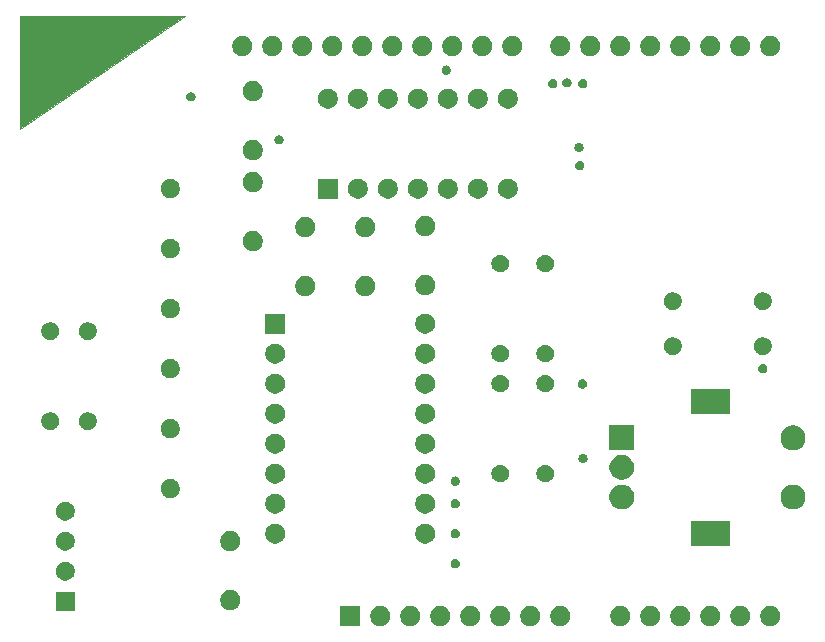
<source format=gbr>
G04 #@! TF.GenerationSoftware,KiCad,Pcbnew,(5.1.5)-3*
G04 #@! TF.CreationDate,2020-03-13T10:57:18-04:00*
G04 #@! TF.ProjectId,StupidDogFocuserPCB,53747570-6964-4446-9f67-466f63757365,1*
G04 #@! TF.SameCoordinates,Original*
G04 #@! TF.FileFunction,Soldermask,Top*
G04 #@! TF.FilePolarity,Negative*
%FSLAX46Y46*%
G04 Gerber Fmt 4.6, Leading zero omitted, Abs format (unit mm)*
G04 Created by KiCad (PCBNEW (5.1.5)-3) date 2020-03-13 10:57:18*
%MOMM*%
%LPD*%
G04 APERTURE LIST*
%ADD10C,0.100000*%
G04 APERTURE END LIST*
D10*
G36*
X95250000Y-66675000D02*
G01*
X95250000Y-57150000D01*
X109220000Y-57150000D01*
X95250000Y-66675000D01*
G37*
X95250000Y-66675000D02*
X95250000Y-57150000D01*
X109220000Y-57150000D01*
X95250000Y-66675000D01*
G36*
X138678169Y-107131895D02*
G01*
X138833005Y-107196031D01*
X138972354Y-107289140D01*
X139090860Y-107407646D01*
X139183969Y-107546995D01*
X139248105Y-107701831D01*
X139280800Y-107866203D01*
X139280800Y-108033797D01*
X139248105Y-108198169D01*
X139183969Y-108353005D01*
X139090860Y-108492354D01*
X138972354Y-108610860D01*
X138833005Y-108703969D01*
X138678169Y-108768105D01*
X138513797Y-108800800D01*
X138346203Y-108800800D01*
X138181831Y-108768105D01*
X138026995Y-108703969D01*
X137887646Y-108610860D01*
X137769140Y-108492354D01*
X137676031Y-108353005D01*
X137611895Y-108198169D01*
X137579200Y-108033797D01*
X137579200Y-107866203D01*
X137611895Y-107701831D01*
X137676031Y-107546995D01*
X137769140Y-107407646D01*
X137887646Y-107289140D01*
X138026995Y-107196031D01*
X138181831Y-107131895D01*
X138346203Y-107099200D01*
X138513797Y-107099200D01*
X138678169Y-107131895D01*
G37*
G36*
X156458169Y-107131895D02*
G01*
X156613005Y-107196031D01*
X156752354Y-107289140D01*
X156870860Y-107407646D01*
X156963969Y-107546995D01*
X157028105Y-107701831D01*
X157060800Y-107866203D01*
X157060800Y-108033797D01*
X157028105Y-108198169D01*
X156963969Y-108353005D01*
X156870860Y-108492354D01*
X156752354Y-108610860D01*
X156613005Y-108703969D01*
X156458169Y-108768105D01*
X156293797Y-108800800D01*
X156126203Y-108800800D01*
X155961831Y-108768105D01*
X155806995Y-108703969D01*
X155667646Y-108610860D01*
X155549140Y-108492354D01*
X155456031Y-108353005D01*
X155391895Y-108198169D01*
X155359200Y-108033797D01*
X155359200Y-107866203D01*
X155391895Y-107701831D01*
X155456031Y-107546995D01*
X155549140Y-107407646D01*
X155667646Y-107289140D01*
X155806995Y-107196031D01*
X155961831Y-107131895D01*
X156126203Y-107099200D01*
X156293797Y-107099200D01*
X156458169Y-107131895D01*
G37*
G36*
X158998169Y-107131895D02*
G01*
X159153005Y-107196031D01*
X159292354Y-107289140D01*
X159410860Y-107407646D01*
X159503969Y-107546995D01*
X159568105Y-107701831D01*
X159600800Y-107866203D01*
X159600800Y-108033797D01*
X159568105Y-108198169D01*
X159503969Y-108353005D01*
X159410860Y-108492354D01*
X159292354Y-108610860D01*
X159153005Y-108703969D01*
X158998169Y-108768105D01*
X158833797Y-108800800D01*
X158666203Y-108800800D01*
X158501831Y-108768105D01*
X158346995Y-108703969D01*
X158207646Y-108610860D01*
X158089140Y-108492354D01*
X157996031Y-108353005D01*
X157931895Y-108198169D01*
X157899200Y-108033797D01*
X157899200Y-107866203D01*
X157931895Y-107701831D01*
X157996031Y-107546995D01*
X158089140Y-107407646D01*
X158207646Y-107289140D01*
X158346995Y-107196031D01*
X158501831Y-107131895D01*
X158666203Y-107099200D01*
X158833797Y-107099200D01*
X158998169Y-107131895D01*
G37*
G36*
X124040800Y-108800800D02*
G01*
X122339200Y-108800800D01*
X122339200Y-107099200D01*
X124040800Y-107099200D01*
X124040800Y-108800800D01*
G37*
G36*
X125978169Y-107131895D02*
G01*
X126133005Y-107196031D01*
X126272354Y-107289140D01*
X126390860Y-107407646D01*
X126483969Y-107546995D01*
X126548105Y-107701831D01*
X126580800Y-107866203D01*
X126580800Y-108033797D01*
X126548105Y-108198169D01*
X126483969Y-108353005D01*
X126390860Y-108492354D01*
X126272354Y-108610860D01*
X126133005Y-108703969D01*
X125978169Y-108768105D01*
X125813797Y-108800800D01*
X125646203Y-108800800D01*
X125481831Y-108768105D01*
X125326995Y-108703969D01*
X125187646Y-108610860D01*
X125069140Y-108492354D01*
X124976031Y-108353005D01*
X124911895Y-108198169D01*
X124879200Y-108033797D01*
X124879200Y-107866203D01*
X124911895Y-107701831D01*
X124976031Y-107546995D01*
X125069140Y-107407646D01*
X125187646Y-107289140D01*
X125326995Y-107196031D01*
X125481831Y-107131895D01*
X125646203Y-107099200D01*
X125813797Y-107099200D01*
X125978169Y-107131895D01*
G37*
G36*
X153918169Y-107131895D02*
G01*
X154073005Y-107196031D01*
X154212354Y-107289140D01*
X154330860Y-107407646D01*
X154423969Y-107546995D01*
X154488105Y-107701831D01*
X154520800Y-107866203D01*
X154520800Y-108033797D01*
X154488105Y-108198169D01*
X154423969Y-108353005D01*
X154330860Y-108492354D01*
X154212354Y-108610860D01*
X154073005Y-108703969D01*
X153918169Y-108768105D01*
X153753797Y-108800800D01*
X153586203Y-108800800D01*
X153421831Y-108768105D01*
X153266995Y-108703969D01*
X153127646Y-108610860D01*
X153009140Y-108492354D01*
X152916031Y-108353005D01*
X152851895Y-108198169D01*
X152819200Y-108033797D01*
X152819200Y-107866203D01*
X152851895Y-107701831D01*
X152916031Y-107546995D01*
X153009140Y-107407646D01*
X153127646Y-107289140D01*
X153266995Y-107196031D01*
X153421831Y-107131895D01*
X153586203Y-107099200D01*
X153753797Y-107099200D01*
X153918169Y-107131895D01*
G37*
G36*
X128518169Y-107131895D02*
G01*
X128673005Y-107196031D01*
X128812354Y-107289140D01*
X128930860Y-107407646D01*
X129023969Y-107546995D01*
X129088105Y-107701831D01*
X129120800Y-107866203D01*
X129120800Y-108033797D01*
X129088105Y-108198169D01*
X129023969Y-108353005D01*
X128930860Y-108492354D01*
X128812354Y-108610860D01*
X128673005Y-108703969D01*
X128518169Y-108768105D01*
X128353797Y-108800800D01*
X128186203Y-108800800D01*
X128021831Y-108768105D01*
X127866995Y-108703969D01*
X127727646Y-108610860D01*
X127609140Y-108492354D01*
X127516031Y-108353005D01*
X127451895Y-108198169D01*
X127419200Y-108033797D01*
X127419200Y-107866203D01*
X127451895Y-107701831D01*
X127516031Y-107546995D01*
X127609140Y-107407646D01*
X127727646Y-107289140D01*
X127866995Y-107196031D01*
X128021831Y-107131895D01*
X128186203Y-107099200D01*
X128353797Y-107099200D01*
X128518169Y-107131895D01*
G37*
G36*
X151378169Y-107131895D02*
G01*
X151533005Y-107196031D01*
X151672354Y-107289140D01*
X151790860Y-107407646D01*
X151883969Y-107546995D01*
X151948105Y-107701831D01*
X151980800Y-107866203D01*
X151980800Y-108033797D01*
X151948105Y-108198169D01*
X151883969Y-108353005D01*
X151790860Y-108492354D01*
X151672354Y-108610860D01*
X151533005Y-108703969D01*
X151378169Y-108768105D01*
X151213797Y-108800800D01*
X151046203Y-108800800D01*
X150881831Y-108768105D01*
X150726995Y-108703969D01*
X150587646Y-108610860D01*
X150469140Y-108492354D01*
X150376031Y-108353005D01*
X150311895Y-108198169D01*
X150279200Y-108033797D01*
X150279200Y-107866203D01*
X150311895Y-107701831D01*
X150376031Y-107546995D01*
X150469140Y-107407646D01*
X150587646Y-107289140D01*
X150726995Y-107196031D01*
X150881831Y-107131895D01*
X151046203Y-107099200D01*
X151213797Y-107099200D01*
X151378169Y-107131895D01*
G37*
G36*
X148838169Y-107131895D02*
G01*
X148993005Y-107196031D01*
X149132354Y-107289140D01*
X149250860Y-107407646D01*
X149343969Y-107546995D01*
X149408105Y-107701831D01*
X149440800Y-107866203D01*
X149440800Y-108033797D01*
X149408105Y-108198169D01*
X149343969Y-108353005D01*
X149250860Y-108492354D01*
X149132354Y-108610860D01*
X148993005Y-108703969D01*
X148838169Y-108768105D01*
X148673797Y-108800800D01*
X148506203Y-108800800D01*
X148341831Y-108768105D01*
X148186995Y-108703969D01*
X148047646Y-108610860D01*
X147929140Y-108492354D01*
X147836031Y-108353005D01*
X147771895Y-108198169D01*
X147739200Y-108033797D01*
X147739200Y-107866203D01*
X147771895Y-107701831D01*
X147836031Y-107546995D01*
X147929140Y-107407646D01*
X148047646Y-107289140D01*
X148186995Y-107196031D01*
X148341831Y-107131895D01*
X148506203Y-107099200D01*
X148673797Y-107099200D01*
X148838169Y-107131895D01*
G37*
G36*
X131058169Y-107131895D02*
G01*
X131213005Y-107196031D01*
X131352354Y-107289140D01*
X131470860Y-107407646D01*
X131563969Y-107546995D01*
X131628105Y-107701831D01*
X131660800Y-107866203D01*
X131660800Y-108033797D01*
X131628105Y-108198169D01*
X131563969Y-108353005D01*
X131470860Y-108492354D01*
X131352354Y-108610860D01*
X131213005Y-108703969D01*
X131058169Y-108768105D01*
X130893797Y-108800800D01*
X130726203Y-108800800D01*
X130561831Y-108768105D01*
X130406995Y-108703969D01*
X130267646Y-108610860D01*
X130149140Y-108492354D01*
X130056031Y-108353005D01*
X129991895Y-108198169D01*
X129959200Y-108033797D01*
X129959200Y-107866203D01*
X129991895Y-107701831D01*
X130056031Y-107546995D01*
X130149140Y-107407646D01*
X130267646Y-107289140D01*
X130406995Y-107196031D01*
X130561831Y-107131895D01*
X130726203Y-107099200D01*
X130893797Y-107099200D01*
X131058169Y-107131895D01*
G37*
G36*
X141218169Y-107131895D02*
G01*
X141373005Y-107196031D01*
X141512354Y-107289140D01*
X141630860Y-107407646D01*
X141723969Y-107546995D01*
X141788105Y-107701831D01*
X141820800Y-107866203D01*
X141820800Y-108033797D01*
X141788105Y-108198169D01*
X141723969Y-108353005D01*
X141630860Y-108492354D01*
X141512354Y-108610860D01*
X141373005Y-108703969D01*
X141218169Y-108768105D01*
X141053797Y-108800800D01*
X140886203Y-108800800D01*
X140721831Y-108768105D01*
X140566995Y-108703969D01*
X140427646Y-108610860D01*
X140309140Y-108492354D01*
X140216031Y-108353005D01*
X140151895Y-108198169D01*
X140119200Y-108033797D01*
X140119200Y-107866203D01*
X140151895Y-107701831D01*
X140216031Y-107546995D01*
X140309140Y-107407646D01*
X140427646Y-107289140D01*
X140566995Y-107196031D01*
X140721831Y-107131895D01*
X140886203Y-107099200D01*
X141053797Y-107099200D01*
X141218169Y-107131895D01*
G37*
G36*
X136138169Y-107131895D02*
G01*
X136293005Y-107196031D01*
X136432354Y-107289140D01*
X136550860Y-107407646D01*
X136643969Y-107546995D01*
X136708105Y-107701831D01*
X136740800Y-107866203D01*
X136740800Y-108033797D01*
X136708105Y-108198169D01*
X136643969Y-108353005D01*
X136550860Y-108492354D01*
X136432354Y-108610860D01*
X136293005Y-108703969D01*
X136138169Y-108768105D01*
X135973797Y-108800800D01*
X135806203Y-108800800D01*
X135641831Y-108768105D01*
X135486995Y-108703969D01*
X135347646Y-108610860D01*
X135229140Y-108492354D01*
X135136031Y-108353005D01*
X135071895Y-108198169D01*
X135039200Y-108033797D01*
X135039200Y-107866203D01*
X135071895Y-107701831D01*
X135136031Y-107546995D01*
X135229140Y-107407646D01*
X135347646Y-107289140D01*
X135486995Y-107196031D01*
X135641831Y-107131895D01*
X135806203Y-107099200D01*
X135973797Y-107099200D01*
X136138169Y-107131895D01*
G37*
G36*
X133598169Y-107131895D02*
G01*
X133753005Y-107196031D01*
X133892354Y-107289140D01*
X134010860Y-107407646D01*
X134103969Y-107546995D01*
X134168105Y-107701831D01*
X134200800Y-107866203D01*
X134200800Y-108033797D01*
X134168105Y-108198169D01*
X134103969Y-108353005D01*
X134010860Y-108492354D01*
X133892354Y-108610860D01*
X133753005Y-108703969D01*
X133598169Y-108768105D01*
X133433797Y-108800800D01*
X133266203Y-108800800D01*
X133101831Y-108768105D01*
X132946995Y-108703969D01*
X132807646Y-108610860D01*
X132689140Y-108492354D01*
X132596031Y-108353005D01*
X132531895Y-108198169D01*
X132499200Y-108033797D01*
X132499200Y-107866203D01*
X132531895Y-107701831D01*
X132596031Y-107546995D01*
X132689140Y-107407646D01*
X132807646Y-107289140D01*
X132946995Y-107196031D01*
X133101831Y-107131895D01*
X133266203Y-107099200D01*
X133433797Y-107099200D01*
X133598169Y-107131895D01*
G37*
G36*
X146298169Y-107131895D02*
G01*
X146453005Y-107196031D01*
X146592354Y-107289140D01*
X146710860Y-107407646D01*
X146803969Y-107546995D01*
X146868105Y-107701831D01*
X146900800Y-107866203D01*
X146900800Y-108033797D01*
X146868105Y-108198169D01*
X146803969Y-108353005D01*
X146710860Y-108492354D01*
X146592354Y-108610860D01*
X146453005Y-108703969D01*
X146298169Y-108768105D01*
X146133797Y-108800800D01*
X145966203Y-108800800D01*
X145801831Y-108768105D01*
X145646995Y-108703969D01*
X145507646Y-108610860D01*
X145389140Y-108492354D01*
X145296031Y-108353005D01*
X145231895Y-108198169D01*
X145199200Y-108033797D01*
X145199200Y-107866203D01*
X145231895Y-107701831D01*
X145296031Y-107546995D01*
X145389140Y-107407646D01*
X145507646Y-107289140D01*
X145646995Y-107196031D01*
X145801831Y-107131895D01*
X145966203Y-107099200D01*
X146133797Y-107099200D01*
X146298169Y-107131895D01*
G37*
G36*
X99860800Y-107480800D02*
G01*
X98259200Y-107480800D01*
X98259200Y-105879200D01*
X99860800Y-105879200D01*
X99860800Y-107480800D01*
G37*
G36*
X113278169Y-105781895D02*
G01*
X113433005Y-105846031D01*
X113572354Y-105939140D01*
X113690860Y-106057646D01*
X113783969Y-106196995D01*
X113848105Y-106351831D01*
X113880800Y-106516203D01*
X113880800Y-106683797D01*
X113848105Y-106848169D01*
X113783969Y-107003005D01*
X113690860Y-107142354D01*
X113572354Y-107260860D01*
X113433005Y-107353969D01*
X113278169Y-107418105D01*
X113113797Y-107450800D01*
X112946203Y-107450800D01*
X112781831Y-107418105D01*
X112626995Y-107353969D01*
X112487646Y-107260860D01*
X112369140Y-107142354D01*
X112276031Y-107003005D01*
X112211895Y-106848169D01*
X112179200Y-106683797D01*
X112179200Y-106516203D01*
X112211895Y-106351831D01*
X112276031Y-106196995D01*
X112369140Y-106057646D01*
X112487646Y-105939140D01*
X112626995Y-105846031D01*
X112781831Y-105781895D01*
X112946203Y-105749200D01*
X113113797Y-105749200D01*
X113278169Y-105781895D01*
G37*
G36*
X99293585Y-103369974D02*
G01*
X99439322Y-103430339D01*
X99570482Y-103517978D01*
X99682022Y-103629518D01*
X99769661Y-103760678D01*
X99830026Y-103906415D01*
X99860800Y-104061128D01*
X99860800Y-104218872D01*
X99830026Y-104373585D01*
X99769661Y-104519322D01*
X99682022Y-104650482D01*
X99570482Y-104762022D01*
X99439322Y-104849661D01*
X99293585Y-104910026D01*
X99138872Y-104940800D01*
X98981128Y-104940800D01*
X98826415Y-104910026D01*
X98680678Y-104849661D01*
X98549518Y-104762022D01*
X98437978Y-104650482D01*
X98350339Y-104519322D01*
X98289974Y-104373585D01*
X98259200Y-104218872D01*
X98259200Y-104061128D01*
X98289974Y-103906415D01*
X98350339Y-103760678D01*
X98437978Y-103629518D01*
X98549518Y-103517978D01*
X98680678Y-103430339D01*
X98826415Y-103369974D01*
X98981128Y-103339200D01*
X99138872Y-103339200D01*
X99293585Y-103369974D01*
G37*
G36*
X132194839Y-103126430D02*
G01*
X132266487Y-103156107D01*
X132330971Y-103199194D01*
X132385806Y-103254029D01*
X132428893Y-103318513D01*
X132458570Y-103390161D01*
X132473700Y-103466224D01*
X132473700Y-103543776D01*
X132458570Y-103619839D01*
X132428893Y-103691487D01*
X132385806Y-103755971D01*
X132330971Y-103810806D01*
X132266487Y-103853893D01*
X132194839Y-103883570D01*
X132118776Y-103898700D01*
X132041224Y-103898700D01*
X131965161Y-103883570D01*
X131893513Y-103853893D01*
X131829029Y-103810806D01*
X131774194Y-103755971D01*
X131731107Y-103691487D01*
X131701430Y-103619839D01*
X131686300Y-103543776D01*
X131686300Y-103466224D01*
X131701430Y-103390161D01*
X131731107Y-103318513D01*
X131774194Y-103254029D01*
X131829029Y-103199194D01*
X131893513Y-103156107D01*
X131965161Y-103126430D01*
X132041224Y-103111300D01*
X132118776Y-103111300D01*
X132194839Y-103126430D01*
G37*
G36*
X113278169Y-100781895D02*
G01*
X113433005Y-100846031D01*
X113572354Y-100939140D01*
X113690860Y-101057646D01*
X113783969Y-101196995D01*
X113848105Y-101351831D01*
X113880800Y-101516203D01*
X113880800Y-101683797D01*
X113848105Y-101848169D01*
X113783969Y-102003005D01*
X113690860Y-102142354D01*
X113572354Y-102260860D01*
X113433005Y-102353969D01*
X113278169Y-102418105D01*
X113113797Y-102450800D01*
X112946203Y-102450800D01*
X112781831Y-102418105D01*
X112626995Y-102353969D01*
X112487646Y-102260860D01*
X112369140Y-102142354D01*
X112276031Y-102003005D01*
X112211895Y-101848169D01*
X112179200Y-101683797D01*
X112179200Y-101516203D01*
X112211895Y-101351831D01*
X112276031Y-101196995D01*
X112369140Y-101057646D01*
X112487646Y-100939140D01*
X112626995Y-100846031D01*
X112781831Y-100781895D01*
X112946203Y-100749200D01*
X113113797Y-100749200D01*
X113278169Y-100781895D01*
G37*
G36*
X99293585Y-100829974D02*
G01*
X99439322Y-100890339D01*
X99570482Y-100977978D01*
X99682022Y-101089518D01*
X99769661Y-101220678D01*
X99830026Y-101366415D01*
X99860800Y-101521128D01*
X99860800Y-101678872D01*
X99830026Y-101833585D01*
X99769661Y-101979322D01*
X99682022Y-102110482D01*
X99570482Y-102222022D01*
X99439322Y-102309661D01*
X99293585Y-102370026D01*
X99138872Y-102400800D01*
X98981128Y-102400800D01*
X98826415Y-102370026D01*
X98680678Y-102309661D01*
X98549518Y-102222022D01*
X98437978Y-102110482D01*
X98350339Y-101979322D01*
X98289974Y-101833585D01*
X98259200Y-101678872D01*
X98259200Y-101521128D01*
X98289974Y-101366415D01*
X98350339Y-101220678D01*
X98437978Y-101089518D01*
X98549518Y-100977978D01*
X98680678Y-100890339D01*
X98826415Y-100829974D01*
X98981128Y-100799200D01*
X99138872Y-100799200D01*
X99293585Y-100829974D01*
G37*
G36*
X155320800Y-102015800D02*
G01*
X152019200Y-102015800D01*
X152019200Y-99914200D01*
X155320800Y-99914200D01*
X155320800Y-102015800D01*
G37*
G36*
X117088169Y-100146895D02*
G01*
X117243005Y-100211031D01*
X117382354Y-100304140D01*
X117500860Y-100422646D01*
X117593969Y-100561995D01*
X117658105Y-100716831D01*
X117690800Y-100881203D01*
X117690800Y-101048797D01*
X117658105Y-101213169D01*
X117593969Y-101368005D01*
X117500860Y-101507354D01*
X117382354Y-101625860D01*
X117243005Y-101718969D01*
X117088169Y-101783105D01*
X116923797Y-101815800D01*
X116756203Y-101815800D01*
X116591831Y-101783105D01*
X116436995Y-101718969D01*
X116297646Y-101625860D01*
X116179140Y-101507354D01*
X116086031Y-101368005D01*
X116021895Y-101213169D01*
X115989200Y-101048797D01*
X115989200Y-100881203D01*
X116021895Y-100716831D01*
X116086031Y-100561995D01*
X116179140Y-100422646D01*
X116297646Y-100304140D01*
X116436995Y-100211031D01*
X116591831Y-100146895D01*
X116756203Y-100114200D01*
X116923797Y-100114200D01*
X117088169Y-100146895D01*
G37*
G36*
X129788169Y-100146895D02*
G01*
X129943005Y-100211031D01*
X130082354Y-100304140D01*
X130200860Y-100422646D01*
X130293969Y-100561995D01*
X130358105Y-100716831D01*
X130390800Y-100881203D01*
X130390800Y-101048797D01*
X130358105Y-101213169D01*
X130293969Y-101368005D01*
X130200860Y-101507354D01*
X130082354Y-101625860D01*
X129943005Y-101718969D01*
X129788169Y-101783105D01*
X129623797Y-101815800D01*
X129456203Y-101815800D01*
X129291831Y-101783105D01*
X129136995Y-101718969D01*
X128997646Y-101625860D01*
X128879140Y-101507354D01*
X128786031Y-101368005D01*
X128721895Y-101213169D01*
X128689200Y-101048797D01*
X128689200Y-100881203D01*
X128721895Y-100716831D01*
X128786031Y-100561995D01*
X128879140Y-100422646D01*
X128997646Y-100304140D01*
X129136995Y-100211031D01*
X129291831Y-100146895D01*
X129456203Y-100114200D01*
X129623797Y-100114200D01*
X129788169Y-100146895D01*
G37*
G36*
X132194839Y-100586430D02*
G01*
X132266487Y-100616107D01*
X132330971Y-100659194D01*
X132385806Y-100714029D01*
X132428893Y-100778513D01*
X132458570Y-100850161D01*
X132473700Y-100926224D01*
X132473700Y-101003776D01*
X132458570Y-101079839D01*
X132428893Y-101151487D01*
X132385806Y-101215971D01*
X132330971Y-101270806D01*
X132266487Y-101313893D01*
X132194839Y-101343570D01*
X132118776Y-101358700D01*
X132041224Y-101358700D01*
X131965161Y-101343570D01*
X131893513Y-101313893D01*
X131829029Y-101270806D01*
X131774194Y-101215971D01*
X131731107Y-101151487D01*
X131701430Y-101079839D01*
X131686300Y-101003776D01*
X131686300Y-100926224D01*
X131701430Y-100850161D01*
X131731107Y-100778513D01*
X131774194Y-100714029D01*
X131829029Y-100659194D01*
X131893513Y-100616107D01*
X131965161Y-100586430D01*
X132041224Y-100571300D01*
X132118776Y-100571300D01*
X132194839Y-100586430D01*
G37*
G36*
X99293585Y-98289974D02*
G01*
X99439322Y-98350339D01*
X99570482Y-98437978D01*
X99682022Y-98549518D01*
X99769661Y-98680678D01*
X99830026Y-98826415D01*
X99860800Y-98981128D01*
X99860800Y-99138872D01*
X99830026Y-99293585D01*
X99769661Y-99439322D01*
X99682022Y-99570482D01*
X99570482Y-99682022D01*
X99439322Y-99769661D01*
X99293585Y-99830026D01*
X99138872Y-99860800D01*
X98981128Y-99860800D01*
X98826415Y-99830026D01*
X98680678Y-99769661D01*
X98549518Y-99682022D01*
X98437978Y-99570482D01*
X98350339Y-99439322D01*
X98289974Y-99293585D01*
X98259200Y-99138872D01*
X98259200Y-98981128D01*
X98289974Y-98826415D01*
X98350339Y-98680678D01*
X98437978Y-98549518D01*
X98549518Y-98437978D01*
X98680678Y-98350339D01*
X98826415Y-98289974D01*
X98981128Y-98259200D01*
X99138872Y-98259200D01*
X99293585Y-98289974D01*
G37*
G36*
X129788169Y-97606895D02*
G01*
X129943005Y-97671031D01*
X130082354Y-97764140D01*
X130200860Y-97882646D01*
X130293969Y-98021995D01*
X130358105Y-98176831D01*
X130390800Y-98341203D01*
X130390800Y-98508797D01*
X130358105Y-98673169D01*
X130293969Y-98828005D01*
X130200860Y-98967354D01*
X130082354Y-99085860D01*
X129943005Y-99178969D01*
X129788169Y-99243105D01*
X129623797Y-99275800D01*
X129456203Y-99275800D01*
X129291831Y-99243105D01*
X129136995Y-99178969D01*
X128997646Y-99085860D01*
X128879140Y-98967354D01*
X128786031Y-98828005D01*
X128721895Y-98673169D01*
X128689200Y-98508797D01*
X128689200Y-98341203D01*
X128721895Y-98176831D01*
X128786031Y-98021995D01*
X128879140Y-97882646D01*
X128997646Y-97764140D01*
X129136995Y-97671031D01*
X129291831Y-97606895D01*
X129456203Y-97574200D01*
X129623797Y-97574200D01*
X129788169Y-97606895D01*
G37*
G36*
X117088169Y-97606895D02*
G01*
X117243005Y-97671031D01*
X117382354Y-97764140D01*
X117500860Y-97882646D01*
X117593969Y-98021995D01*
X117658105Y-98176831D01*
X117690800Y-98341203D01*
X117690800Y-98508797D01*
X117658105Y-98673169D01*
X117593969Y-98828005D01*
X117500860Y-98967354D01*
X117382354Y-99085860D01*
X117243005Y-99178969D01*
X117088169Y-99243105D01*
X116923797Y-99275800D01*
X116756203Y-99275800D01*
X116591831Y-99243105D01*
X116436995Y-99178969D01*
X116297646Y-99085860D01*
X116179140Y-98967354D01*
X116086031Y-98828005D01*
X116021895Y-98673169D01*
X115989200Y-98508797D01*
X115989200Y-98341203D01*
X116021895Y-98176831D01*
X116086031Y-98021995D01*
X116179140Y-97882646D01*
X116297646Y-97764140D01*
X116436995Y-97671031D01*
X116591831Y-97606895D01*
X116756203Y-97574200D01*
X116923797Y-97574200D01*
X117088169Y-97606895D01*
G37*
G36*
X146476508Y-96854582D02*
G01*
X146667741Y-96933793D01*
X146839847Y-97048791D01*
X146986209Y-97195153D01*
X147101207Y-97367259D01*
X147180418Y-97558492D01*
X147220800Y-97761505D01*
X147220800Y-97968495D01*
X147180418Y-98171508D01*
X147101207Y-98362741D01*
X146986209Y-98534847D01*
X146839847Y-98681209D01*
X146667741Y-98796207D01*
X146476508Y-98875418D01*
X146273495Y-98915800D01*
X146066505Y-98915800D01*
X145863492Y-98875418D01*
X145672259Y-98796207D01*
X145500153Y-98681209D01*
X145353791Y-98534847D01*
X145238793Y-98362741D01*
X145159582Y-98171508D01*
X145119200Y-97968495D01*
X145119200Y-97761505D01*
X145159582Y-97558492D01*
X145238793Y-97367259D01*
X145353791Y-97195153D01*
X145500153Y-97048791D01*
X145672259Y-96933793D01*
X145863492Y-96854582D01*
X146066505Y-96814200D01*
X146273495Y-96814200D01*
X146476508Y-96854582D01*
G37*
G36*
X160976508Y-96854582D02*
G01*
X161167741Y-96933793D01*
X161339847Y-97048791D01*
X161486209Y-97195153D01*
X161601207Y-97367259D01*
X161680418Y-97558492D01*
X161720800Y-97761505D01*
X161720800Y-97968495D01*
X161680418Y-98171508D01*
X161601207Y-98362741D01*
X161486209Y-98534847D01*
X161339847Y-98681209D01*
X161167741Y-98796207D01*
X160976508Y-98875418D01*
X160773495Y-98915800D01*
X160566505Y-98915800D01*
X160363492Y-98875418D01*
X160172259Y-98796207D01*
X160000153Y-98681209D01*
X159853791Y-98534847D01*
X159738793Y-98362741D01*
X159659582Y-98171508D01*
X159619200Y-97968495D01*
X159619200Y-97761505D01*
X159659582Y-97558492D01*
X159738793Y-97367259D01*
X159853791Y-97195153D01*
X160000153Y-97048791D01*
X160172259Y-96933793D01*
X160363492Y-96854582D01*
X160566505Y-96814200D01*
X160773495Y-96814200D01*
X160976508Y-96854582D01*
G37*
G36*
X132194839Y-98046430D02*
G01*
X132266487Y-98076107D01*
X132330971Y-98119194D01*
X132385806Y-98174029D01*
X132428893Y-98238513D01*
X132458570Y-98310161D01*
X132473700Y-98386224D01*
X132473700Y-98463776D01*
X132458570Y-98539839D01*
X132428893Y-98611487D01*
X132385806Y-98675971D01*
X132330971Y-98730806D01*
X132266487Y-98773893D01*
X132194839Y-98803570D01*
X132118776Y-98818700D01*
X132041224Y-98818700D01*
X131965161Y-98803570D01*
X131893513Y-98773893D01*
X131829029Y-98730806D01*
X131774194Y-98675971D01*
X131731107Y-98611487D01*
X131701430Y-98539839D01*
X131686300Y-98463776D01*
X131686300Y-98386224D01*
X131701430Y-98310161D01*
X131731107Y-98238513D01*
X131774194Y-98174029D01*
X131829029Y-98119194D01*
X131893513Y-98076107D01*
X131965161Y-98046430D01*
X132041224Y-98031300D01*
X132118776Y-98031300D01*
X132194839Y-98046430D01*
G37*
G36*
X108187086Y-96373435D02*
G01*
X108335003Y-96434704D01*
X108468134Y-96523660D01*
X108581340Y-96636866D01*
X108581342Y-96636869D01*
X108581343Y-96636870D01*
X108610721Y-96680837D01*
X108670296Y-96769997D01*
X108731565Y-96917914D01*
X108762800Y-97074946D01*
X108762800Y-97235054D01*
X108731565Y-97392086D01*
X108670296Y-97540003D01*
X108657941Y-97558493D01*
X108582746Y-97671031D01*
X108581340Y-97673134D01*
X108468134Y-97786340D01*
X108335003Y-97875296D01*
X108187086Y-97936565D01*
X108030054Y-97967800D01*
X107869946Y-97967800D01*
X107712914Y-97936565D01*
X107564997Y-97875296D01*
X107431866Y-97786340D01*
X107318660Y-97673134D01*
X107317255Y-97671031D01*
X107242059Y-97558493D01*
X107229704Y-97540003D01*
X107168435Y-97392086D01*
X107137200Y-97235054D01*
X107137200Y-97074946D01*
X107168435Y-96917914D01*
X107229704Y-96769997D01*
X107289279Y-96680837D01*
X107318657Y-96636870D01*
X107318658Y-96636869D01*
X107318660Y-96636866D01*
X107431866Y-96523660D01*
X107564997Y-96434704D01*
X107712914Y-96373435D01*
X107869946Y-96342200D01*
X108030054Y-96342200D01*
X108187086Y-96373435D01*
G37*
G36*
X132194839Y-96141430D02*
G01*
X132266487Y-96171107D01*
X132330971Y-96214194D01*
X132385806Y-96269029D01*
X132428893Y-96333513D01*
X132458570Y-96405161D01*
X132473700Y-96481224D01*
X132473700Y-96558776D01*
X132458570Y-96634839D01*
X132428893Y-96706487D01*
X132385806Y-96770971D01*
X132330971Y-96825806D01*
X132266487Y-96868893D01*
X132194839Y-96898570D01*
X132118776Y-96913700D01*
X132041224Y-96913700D01*
X131965161Y-96898570D01*
X131893513Y-96868893D01*
X131829029Y-96825806D01*
X131774194Y-96770971D01*
X131731107Y-96706487D01*
X131701430Y-96634839D01*
X131686300Y-96558776D01*
X131686300Y-96481224D01*
X131701430Y-96405161D01*
X131731107Y-96333513D01*
X131774194Y-96269029D01*
X131829029Y-96214194D01*
X131893513Y-96171107D01*
X131965161Y-96141430D01*
X132041224Y-96126300D01*
X132118776Y-96126300D01*
X132194839Y-96141430D01*
G37*
G36*
X129788169Y-95066895D02*
G01*
X129943005Y-95131031D01*
X130082354Y-95224140D01*
X130200860Y-95342646D01*
X130293969Y-95481995D01*
X130358105Y-95636831D01*
X130390800Y-95801203D01*
X130390800Y-95968797D01*
X130358105Y-96133169D01*
X130293969Y-96288005D01*
X130200860Y-96427354D01*
X130082354Y-96545860D01*
X129943005Y-96638969D01*
X129788169Y-96703105D01*
X129623797Y-96735800D01*
X129456203Y-96735800D01*
X129291831Y-96703105D01*
X129136995Y-96638969D01*
X128997646Y-96545860D01*
X128879140Y-96427354D01*
X128786031Y-96288005D01*
X128721895Y-96133169D01*
X128689200Y-95968797D01*
X128689200Y-95801203D01*
X128721895Y-95636831D01*
X128786031Y-95481995D01*
X128879140Y-95342646D01*
X128997646Y-95224140D01*
X129136995Y-95131031D01*
X129291831Y-95066895D01*
X129456203Y-95034200D01*
X129623797Y-95034200D01*
X129788169Y-95066895D01*
G37*
G36*
X117088169Y-95066895D02*
G01*
X117243005Y-95131031D01*
X117382354Y-95224140D01*
X117500860Y-95342646D01*
X117593969Y-95481995D01*
X117658105Y-95636831D01*
X117690800Y-95801203D01*
X117690800Y-95968797D01*
X117658105Y-96133169D01*
X117593969Y-96288005D01*
X117500860Y-96427354D01*
X117382354Y-96545860D01*
X117243005Y-96638969D01*
X117088169Y-96703105D01*
X116923797Y-96735800D01*
X116756203Y-96735800D01*
X116591831Y-96703105D01*
X116436995Y-96638969D01*
X116297646Y-96545860D01*
X116179140Y-96427354D01*
X116086031Y-96288005D01*
X116021895Y-96133169D01*
X115989200Y-95968797D01*
X115989200Y-95801203D01*
X116021895Y-95636831D01*
X116086031Y-95481995D01*
X116179140Y-95342646D01*
X116297646Y-95224140D01*
X116436995Y-95131031D01*
X116591831Y-95066895D01*
X116756203Y-95034200D01*
X116923797Y-95034200D01*
X117088169Y-95066895D01*
G37*
G36*
X139919001Y-95163053D02*
G01*
X140055638Y-95219649D01*
X140178609Y-95301816D01*
X140283184Y-95406391D01*
X140365351Y-95529362D01*
X140421947Y-95665999D01*
X140450800Y-95811052D01*
X140450800Y-95958948D01*
X140421947Y-96104001D01*
X140365351Y-96240638D01*
X140283184Y-96363609D01*
X140178609Y-96468184D01*
X140055638Y-96550351D01*
X139919001Y-96606947D01*
X139773948Y-96635800D01*
X139626052Y-96635800D01*
X139480999Y-96606947D01*
X139344362Y-96550351D01*
X139221391Y-96468184D01*
X139116816Y-96363609D01*
X139034649Y-96240638D01*
X138978053Y-96104001D01*
X138949200Y-95958948D01*
X138949200Y-95811052D01*
X138978053Y-95665999D01*
X139034649Y-95529362D01*
X139116816Y-95406391D01*
X139221391Y-95301816D01*
X139344362Y-95219649D01*
X139480999Y-95163053D01*
X139626052Y-95134200D01*
X139773948Y-95134200D01*
X139919001Y-95163053D01*
G37*
G36*
X136109001Y-95163053D02*
G01*
X136245638Y-95219649D01*
X136368609Y-95301816D01*
X136473184Y-95406391D01*
X136555351Y-95529362D01*
X136611947Y-95665999D01*
X136640800Y-95811052D01*
X136640800Y-95958948D01*
X136611947Y-96104001D01*
X136555351Y-96240638D01*
X136473184Y-96363609D01*
X136368609Y-96468184D01*
X136245638Y-96550351D01*
X136109001Y-96606947D01*
X135963948Y-96635800D01*
X135816052Y-96635800D01*
X135670999Y-96606947D01*
X135534362Y-96550351D01*
X135411391Y-96468184D01*
X135306816Y-96363609D01*
X135224649Y-96240638D01*
X135168053Y-96104001D01*
X135139200Y-95958948D01*
X135139200Y-95811052D01*
X135168053Y-95665999D01*
X135224649Y-95529362D01*
X135306816Y-95406391D01*
X135411391Y-95301816D01*
X135534362Y-95219649D01*
X135670999Y-95163053D01*
X135816052Y-95134200D01*
X135963948Y-95134200D01*
X136109001Y-95163053D01*
G37*
G36*
X146476508Y-94354582D02*
G01*
X146667741Y-94433793D01*
X146839847Y-94548791D01*
X146986209Y-94695153D01*
X147101207Y-94867259D01*
X147180418Y-95058492D01*
X147220800Y-95261505D01*
X147220800Y-95468495D01*
X147180418Y-95671508D01*
X147101207Y-95862741D01*
X146986209Y-96034847D01*
X146839847Y-96181209D01*
X146667741Y-96296207D01*
X146476508Y-96375418D01*
X146273495Y-96415800D01*
X146066505Y-96415800D01*
X145863492Y-96375418D01*
X145672259Y-96296207D01*
X145500153Y-96181209D01*
X145353791Y-96034847D01*
X145238793Y-95862741D01*
X145159582Y-95671508D01*
X145119200Y-95468495D01*
X145119200Y-95261505D01*
X145159582Y-95058492D01*
X145238793Y-94867259D01*
X145353791Y-94695153D01*
X145500153Y-94548791D01*
X145672259Y-94433793D01*
X145863492Y-94354582D01*
X146066505Y-94314200D01*
X146273495Y-94314200D01*
X146476508Y-94354582D01*
G37*
G36*
X143012339Y-94213930D02*
G01*
X143083987Y-94243607D01*
X143148471Y-94286694D01*
X143203306Y-94341529D01*
X143246393Y-94406013D01*
X143276070Y-94477661D01*
X143291200Y-94553724D01*
X143291200Y-94631276D01*
X143276070Y-94707339D01*
X143246393Y-94778987D01*
X143203306Y-94843471D01*
X143148471Y-94898306D01*
X143083987Y-94941393D01*
X143012339Y-94971070D01*
X142936276Y-94986200D01*
X142858724Y-94986200D01*
X142782661Y-94971070D01*
X142711013Y-94941393D01*
X142646529Y-94898306D01*
X142591694Y-94843471D01*
X142548607Y-94778987D01*
X142518930Y-94707339D01*
X142503800Y-94631276D01*
X142503800Y-94553724D01*
X142518930Y-94477661D01*
X142548607Y-94406013D01*
X142591694Y-94341529D01*
X142646529Y-94286694D01*
X142711013Y-94243607D01*
X142782661Y-94213930D01*
X142858724Y-94198800D01*
X142936276Y-94198800D01*
X143012339Y-94213930D01*
G37*
G36*
X129788169Y-92526895D02*
G01*
X129943005Y-92591031D01*
X130082354Y-92684140D01*
X130200860Y-92802646D01*
X130293969Y-92941995D01*
X130358105Y-93096831D01*
X130390800Y-93261203D01*
X130390800Y-93428797D01*
X130358105Y-93593169D01*
X130293969Y-93748005D01*
X130200860Y-93887354D01*
X130082354Y-94005860D01*
X129943005Y-94098969D01*
X129788169Y-94163105D01*
X129623797Y-94195800D01*
X129456203Y-94195800D01*
X129291831Y-94163105D01*
X129136995Y-94098969D01*
X128997646Y-94005860D01*
X128879140Y-93887354D01*
X128786031Y-93748005D01*
X128721895Y-93593169D01*
X128689200Y-93428797D01*
X128689200Y-93261203D01*
X128721895Y-93096831D01*
X128786031Y-92941995D01*
X128879140Y-92802646D01*
X128997646Y-92684140D01*
X129136995Y-92591031D01*
X129291831Y-92526895D01*
X129456203Y-92494200D01*
X129623797Y-92494200D01*
X129788169Y-92526895D01*
G37*
G36*
X117088169Y-92526895D02*
G01*
X117243005Y-92591031D01*
X117382354Y-92684140D01*
X117500860Y-92802646D01*
X117593969Y-92941995D01*
X117658105Y-93096831D01*
X117690800Y-93261203D01*
X117690800Y-93428797D01*
X117658105Y-93593169D01*
X117593969Y-93748005D01*
X117500860Y-93887354D01*
X117382354Y-94005860D01*
X117243005Y-94098969D01*
X117088169Y-94163105D01*
X116923797Y-94195800D01*
X116756203Y-94195800D01*
X116591831Y-94163105D01*
X116436995Y-94098969D01*
X116297646Y-94005860D01*
X116179140Y-93887354D01*
X116086031Y-93748005D01*
X116021895Y-93593169D01*
X115989200Y-93428797D01*
X115989200Y-93261203D01*
X116021895Y-93096831D01*
X116086031Y-92941995D01*
X116179140Y-92802646D01*
X116297646Y-92684140D01*
X116436995Y-92591031D01*
X116591831Y-92526895D01*
X116756203Y-92494200D01*
X116923797Y-92494200D01*
X117088169Y-92526895D01*
G37*
G36*
X147220800Y-93915800D02*
G01*
X145119200Y-93915800D01*
X145119200Y-91814200D01*
X147220800Y-91814200D01*
X147220800Y-93915800D01*
G37*
G36*
X160976508Y-91854582D02*
G01*
X161167741Y-91933793D01*
X161339847Y-92048791D01*
X161486209Y-92195153D01*
X161601207Y-92367259D01*
X161680418Y-92558492D01*
X161720800Y-92761505D01*
X161720800Y-92968495D01*
X161680418Y-93171508D01*
X161601207Y-93362741D01*
X161486209Y-93534847D01*
X161339847Y-93681209D01*
X161167741Y-93796207D01*
X160976508Y-93875418D01*
X160773495Y-93915800D01*
X160566505Y-93915800D01*
X160363492Y-93875418D01*
X160172259Y-93796207D01*
X160000153Y-93681209D01*
X159853791Y-93534847D01*
X159738793Y-93362741D01*
X159659582Y-93171508D01*
X159619200Y-92968495D01*
X159619200Y-92761505D01*
X159659582Y-92558492D01*
X159738793Y-92367259D01*
X159853791Y-92195153D01*
X160000153Y-92048791D01*
X160172259Y-91933793D01*
X160363492Y-91854582D01*
X160566505Y-91814200D01*
X160773495Y-91814200D01*
X160976508Y-91854582D01*
G37*
G36*
X108187086Y-91293435D02*
G01*
X108335003Y-91354704D01*
X108468134Y-91443660D01*
X108581340Y-91556866D01*
X108581342Y-91556869D01*
X108581343Y-91556870D01*
X108610721Y-91600837D01*
X108670296Y-91689997D01*
X108731565Y-91837914D01*
X108762800Y-91994946D01*
X108762800Y-92155054D01*
X108731565Y-92312086D01*
X108670296Y-92460003D01*
X108647446Y-92494200D01*
X108582746Y-92591031D01*
X108581340Y-92593134D01*
X108468134Y-92706340D01*
X108335003Y-92795296D01*
X108187086Y-92856565D01*
X108030054Y-92887800D01*
X107869946Y-92887800D01*
X107712914Y-92856565D01*
X107564997Y-92795296D01*
X107431866Y-92706340D01*
X107318660Y-92593134D01*
X107317255Y-92591031D01*
X107252554Y-92494200D01*
X107229704Y-92460003D01*
X107168435Y-92312086D01*
X107137200Y-92155054D01*
X107137200Y-91994946D01*
X107168435Y-91837914D01*
X107229704Y-91689997D01*
X107289279Y-91600837D01*
X107318657Y-91556870D01*
X107318658Y-91556869D01*
X107318660Y-91556866D01*
X107431866Y-91443660D01*
X107564997Y-91354704D01*
X107712914Y-91293435D01*
X107869946Y-91262200D01*
X108030054Y-91262200D01*
X108187086Y-91293435D01*
G37*
G36*
X98009001Y-90718053D02*
G01*
X98145638Y-90774649D01*
X98268609Y-90856816D01*
X98373184Y-90961391D01*
X98455351Y-91084362D01*
X98511947Y-91220999D01*
X98540800Y-91366052D01*
X98540800Y-91513948D01*
X98511947Y-91659001D01*
X98455351Y-91795638D01*
X98373184Y-91918609D01*
X98268609Y-92023184D01*
X98145638Y-92105351D01*
X98009001Y-92161947D01*
X97863948Y-92190800D01*
X97716052Y-92190800D01*
X97570999Y-92161947D01*
X97434362Y-92105351D01*
X97311391Y-92023184D01*
X97206816Y-91918609D01*
X97124649Y-91795638D01*
X97068053Y-91659001D01*
X97039200Y-91513948D01*
X97039200Y-91366052D01*
X97068053Y-91220999D01*
X97124649Y-91084362D01*
X97206816Y-90961391D01*
X97311391Y-90856816D01*
X97434362Y-90774649D01*
X97570999Y-90718053D01*
X97716052Y-90689200D01*
X97863948Y-90689200D01*
X98009001Y-90718053D01*
G37*
G36*
X101184001Y-90718053D02*
G01*
X101320638Y-90774649D01*
X101443609Y-90856816D01*
X101548184Y-90961391D01*
X101630351Y-91084362D01*
X101686947Y-91220999D01*
X101715800Y-91366052D01*
X101715800Y-91513948D01*
X101686947Y-91659001D01*
X101630351Y-91795638D01*
X101548184Y-91918609D01*
X101443609Y-92023184D01*
X101320638Y-92105351D01*
X101184001Y-92161947D01*
X101038948Y-92190800D01*
X100891052Y-92190800D01*
X100745999Y-92161947D01*
X100609362Y-92105351D01*
X100486391Y-92023184D01*
X100381816Y-91918609D01*
X100299649Y-91795638D01*
X100243053Y-91659001D01*
X100214200Y-91513948D01*
X100214200Y-91366052D01*
X100243053Y-91220999D01*
X100299649Y-91084362D01*
X100381816Y-90961391D01*
X100486391Y-90856816D01*
X100609362Y-90774649D01*
X100745999Y-90718053D01*
X100891052Y-90689200D01*
X101038948Y-90689200D01*
X101184001Y-90718053D01*
G37*
G36*
X117088169Y-89986895D02*
G01*
X117243005Y-90051031D01*
X117382354Y-90144140D01*
X117500860Y-90262646D01*
X117593969Y-90401995D01*
X117658105Y-90556831D01*
X117690800Y-90721203D01*
X117690800Y-90888797D01*
X117658105Y-91053169D01*
X117593969Y-91208005D01*
X117500860Y-91347354D01*
X117382354Y-91465860D01*
X117243005Y-91558969D01*
X117088169Y-91623105D01*
X116923797Y-91655800D01*
X116756203Y-91655800D01*
X116591831Y-91623105D01*
X116436995Y-91558969D01*
X116297646Y-91465860D01*
X116179140Y-91347354D01*
X116086031Y-91208005D01*
X116021895Y-91053169D01*
X115989200Y-90888797D01*
X115989200Y-90721203D01*
X116021895Y-90556831D01*
X116086031Y-90401995D01*
X116179140Y-90262646D01*
X116297646Y-90144140D01*
X116436995Y-90051031D01*
X116591831Y-89986895D01*
X116756203Y-89954200D01*
X116923797Y-89954200D01*
X117088169Y-89986895D01*
G37*
G36*
X129788169Y-89986895D02*
G01*
X129943005Y-90051031D01*
X130082354Y-90144140D01*
X130200860Y-90262646D01*
X130293969Y-90401995D01*
X130358105Y-90556831D01*
X130390800Y-90721203D01*
X130390800Y-90888797D01*
X130358105Y-91053169D01*
X130293969Y-91208005D01*
X130200860Y-91347354D01*
X130082354Y-91465860D01*
X129943005Y-91558969D01*
X129788169Y-91623105D01*
X129623797Y-91655800D01*
X129456203Y-91655800D01*
X129291831Y-91623105D01*
X129136995Y-91558969D01*
X128997646Y-91465860D01*
X128879140Y-91347354D01*
X128786031Y-91208005D01*
X128721895Y-91053169D01*
X128689200Y-90888797D01*
X128689200Y-90721203D01*
X128721895Y-90556831D01*
X128786031Y-90401995D01*
X128879140Y-90262646D01*
X128997646Y-90144140D01*
X129136995Y-90051031D01*
X129291831Y-89986895D01*
X129456203Y-89954200D01*
X129623797Y-89954200D01*
X129788169Y-89986895D01*
G37*
G36*
X155320800Y-90815800D02*
G01*
X152019200Y-90815800D01*
X152019200Y-88714200D01*
X155320800Y-88714200D01*
X155320800Y-90815800D01*
G37*
G36*
X117088169Y-87446895D02*
G01*
X117243005Y-87511031D01*
X117382354Y-87604140D01*
X117500860Y-87722646D01*
X117593969Y-87861995D01*
X117658105Y-88016831D01*
X117690800Y-88181203D01*
X117690800Y-88348797D01*
X117658105Y-88513169D01*
X117593969Y-88668005D01*
X117500860Y-88807354D01*
X117382354Y-88925860D01*
X117243005Y-89018969D01*
X117088169Y-89083105D01*
X116923797Y-89115800D01*
X116756203Y-89115800D01*
X116591831Y-89083105D01*
X116436995Y-89018969D01*
X116297646Y-88925860D01*
X116179140Y-88807354D01*
X116086031Y-88668005D01*
X116021895Y-88513169D01*
X115989200Y-88348797D01*
X115989200Y-88181203D01*
X116021895Y-88016831D01*
X116086031Y-87861995D01*
X116179140Y-87722646D01*
X116297646Y-87604140D01*
X116436995Y-87511031D01*
X116591831Y-87446895D01*
X116756203Y-87414200D01*
X116923797Y-87414200D01*
X117088169Y-87446895D01*
G37*
G36*
X129788169Y-87446895D02*
G01*
X129943005Y-87511031D01*
X130082354Y-87604140D01*
X130200860Y-87722646D01*
X130293969Y-87861995D01*
X130358105Y-88016831D01*
X130390800Y-88181203D01*
X130390800Y-88348797D01*
X130358105Y-88513169D01*
X130293969Y-88668005D01*
X130200860Y-88807354D01*
X130082354Y-88925860D01*
X129943005Y-89018969D01*
X129788169Y-89083105D01*
X129623797Y-89115800D01*
X129456203Y-89115800D01*
X129291831Y-89083105D01*
X129136995Y-89018969D01*
X128997646Y-88925860D01*
X128879140Y-88807354D01*
X128786031Y-88668005D01*
X128721895Y-88513169D01*
X128689200Y-88348797D01*
X128689200Y-88181203D01*
X128721895Y-88016831D01*
X128786031Y-87861995D01*
X128879140Y-87722646D01*
X128997646Y-87604140D01*
X129136995Y-87511031D01*
X129291831Y-87446895D01*
X129456203Y-87414200D01*
X129623797Y-87414200D01*
X129788169Y-87446895D01*
G37*
G36*
X139919001Y-87543053D02*
G01*
X140055638Y-87599649D01*
X140178609Y-87681816D01*
X140283184Y-87786391D01*
X140365351Y-87909362D01*
X140421947Y-88045999D01*
X140450800Y-88191052D01*
X140450800Y-88338948D01*
X140421947Y-88484001D01*
X140365351Y-88620638D01*
X140283184Y-88743609D01*
X140178609Y-88848184D01*
X140055638Y-88930351D01*
X139919001Y-88986947D01*
X139773948Y-89015800D01*
X139626052Y-89015800D01*
X139480999Y-88986947D01*
X139344362Y-88930351D01*
X139221391Y-88848184D01*
X139116816Y-88743609D01*
X139034649Y-88620638D01*
X138978053Y-88484001D01*
X138949200Y-88338948D01*
X138949200Y-88191052D01*
X138978053Y-88045999D01*
X139034649Y-87909362D01*
X139116816Y-87786391D01*
X139221391Y-87681816D01*
X139344362Y-87599649D01*
X139480999Y-87543053D01*
X139626052Y-87514200D01*
X139773948Y-87514200D01*
X139919001Y-87543053D01*
G37*
G36*
X136109001Y-87543053D02*
G01*
X136245638Y-87599649D01*
X136368609Y-87681816D01*
X136473184Y-87786391D01*
X136555351Y-87909362D01*
X136611947Y-88045999D01*
X136640800Y-88191052D01*
X136640800Y-88338948D01*
X136611947Y-88484001D01*
X136555351Y-88620638D01*
X136473184Y-88743609D01*
X136368609Y-88848184D01*
X136245638Y-88930351D01*
X136109001Y-88986947D01*
X135963948Y-89015800D01*
X135816052Y-89015800D01*
X135670999Y-88986947D01*
X135534362Y-88930351D01*
X135411391Y-88848184D01*
X135306816Y-88743609D01*
X135224649Y-88620638D01*
X135168053Y-88484001D01*
X135139200Y-88338948D01*
X135139200Y-88191052D01*
X135168053Y-88045999D01*
X135224649Y-87909362D01*
X135306816Y-87786391D01*
X135411391Y-87681816D01*
X135534362Y-87599649D01*
X135670999Y-87543053D01*
X135816052Y-87514200D01*
X135963948Y-87514200D01*
X136109001Y-87543053D01*
G37*
G36*
X142964339Y-87911930D02*
G01*
X143035987Y-87941607D01*
X143100471Y-87984694D01*
X143155306Y-88039529D01*
X143198393Y-88104013D01*
X143228070Y-88175661D01*
X143243200Y-88251724D01*
X143243200Y-88329276D01*
X143228070Y-88405339D01*
X143198393Y-88476987D01*
X143155306Y-88541471D01*
X143100471Y-88596306D01*
X143035987Y-88639393D01*
X142964339Y-88669070D01*
X142888276Y-88684200D01*
X142810724Y-88684200D01*
X142734661Y-88669070D01*
X142663013Y-88639393D01*
X142598529Y-88596306D01*
X142543694Y-88541471D01*
X142500607Y-88476987D01*
X142470930Y-88405339D01*
X142455800Y-88329276D01*
X142455800Y-88251724D01*
X142470930Y-88175661D01*
X142500607Y-88104013D01*
X142543694Y-88039529D01*
X142598529Y-87984694D01*
X142663013Y-87941607D01*
X142734661Y-87911930D01*
X142810724Y-87896800D01*
X142888276Y-87896800D01*
X142964339Y-87911930D01*
G37*
G36*
X108187086Y-86213435D02*
G01*
X108335003Y-86274704D01*
X108468134Y-86363660D01*
X108581340Y-86476866D01*
X108581342Y-86476869D01*
X108581343Y-86476870D01*
X108610721Y-86520837D01*
X108670296Y-86609997D01*
X108731565Y-86757914D01*
X108762800Y-86914946D01*
X108762800Y-87075054D01*
X108731565Y-87232086D01*
X108670296Y-87380003D01*
X108647446Y-87414200D01*
X108582746Y-87511031D01*
X108581340Y-87513134D01*
X108468134Y-87626340D01*
X108335003Y-87715296D01*
X108187086Y-87776565D01*
X108030054Y-87807800D01*
X107869946Y-87807800D01*
X107712914Y-87776565D01*
X107564997Y-87715296D01*
X107431866Y-87626340D01*
X107318660Y-87513134D01*
X107317255Y-87511031D01*
X107252554Y-87414200D01*
X107229704Y-87380003D01*
X107168435Y-87232086D01*
X107137200Y-87075054D01*
X107137200Y-86914946D01*
X107168435Y-86757914D01*
X107229704Y-86609997D01*
X107289279Y-86520837D01*
X107318657Y-86476870D01*
X107318658Y-86476869D01*
X107318660Y-86476866D01*
X107431866Y-86363660D01*
X107564997Y-86274704D01*
X107712914Y-86213435D01*
X107869946Y-86182200D01*
X108030054Y-86182200D01*
X108187086Y-86213435D01*
G37*
G36*
X158229839Y-86616430D02*
G01*
X158301487Y-86646107D01*
X158365971Y-86689194D01*
X158420806Y-86744029D01*
X158463893Y-86808513D01*
X158493570Y-86880161D01*
X158508700Y-86956224D01*
X158508700Y-87033776D01*
X158493570Y-87109839D01*
X158463893Y-87181487D01*
X158420806Y-87245971D01*
X158365971Y-87300806D01*
X158301487Y-87343893D01*
X158229839Y-87373570D01*
X158153776Y-87388700D01*
X158076224Y-87388700D01*
X158000161Y-87373570D01*
X157928513Y-87343893D01*
X157864029Y-87300806D01*
X157809194Y-87245971D01*
X157766107Y-87181487D01*
X157736430Y-87109839D01*
X157721300Y-87033776D01*
X157721300Y-86956224D01*
X157736430Y-86880161D01*
X157766107Y-86808513D01*
X157809194Y-86744029D01*
X157864029Y-86689194D01*
X157928513Y-86646107D01*
X158000161Y-86616430D01*
X158076224Y-86601300D01*
X158153776Y-86601300D01*
X158229839Y-86616430D01*
G37*
G36*
X129788169Y-84906895D02*
G01*
X129943005Y-84971031D01*
X130082354Y-85064140D01*
X130200860Y-85182646D01*
X130293969Y-85321995D01*
X130358105Y-85476831D01*
X130390800Y-85641203D01*
X130390800Y-85808797D01*
X130358105Y-85973169D01*
X130293969Y-86128005D01*
X130200860Y-86267354D01*
X130082354Y-86385860D01*
X129943005Y-86478969D01*
X129788169Y-86543105D01*
X129623797Y-86575800D01*
X129456203Y-86575800D01*
X129291831Y-86543105D01*
X129136995Y-86478969D01*
X128997646Y-86385860D01*
X128879140Y-86267354D01*
X128786031Y-86128005D01*
X128721895Y-85973169D01*
X128689200Y-85808797D01*
X128689200Y-85641203D01*
X128721895Y-85476831D01*
X128786031Y-85321995D01*
X128879140Y-85182646D01*
X128997646Y-85064140D01*
X129136995Y-84971031D01*
X129291831Y-84906895D01*
X129456203Y-84874200D01*
X129623797Y-84874200D01*
X129788169Y-84906895D01*
G37*
G36*
X117088169Y-84906895D02*
G01*
X117243005Y-84971031D01*
X117382354Y-85064140D01*
X117500860Y-85182646D01*
X117593969Y-85321995D01*
X117658105Y-85476831D01*
X117690800Y-85641203D01*
X117690800Y-85808797D01*
X117658105Y-85973169D01*
X117593969Y-86128005D01*
X117500860Y-86267354D01*
X117382354Y-86385860D01*
X117243005Y-86478969D01*
X117088169Y-86543105D01*
X116923797Y-86575800D01*
X116756203Y-86575800D01*
X116591831Y-86543105D01*
X116436995Y-86478969D01*
X116297646Y-86385860D01*
X116179140Y-86267354D01*
X116086031Y-86128005D01*
X116021895Y-85973169D01*
X115989200Y-85808797D01*
X115989200Y-85641203D01*
X116021895Y-85476831D01*
X116086031Y-85321995D01*
X116179140Y-85182646D01*
X116297646Y-85064140D01*
X116436995Y-84971031D01*
X116591831Y-84906895D01*
X116756203Y-84874200D01*
X116923797Y-84874200D01*
X117088169Y-84906895D01*
G37*
G36*
X139919001Y-85003053D02*
G01*
X140055638Y-85059649D01*
X140178609Y-85141816D01*
X140283184Y-85246391D01*
X140365351Y-85369362D01*
X140421947Y-85505999D01*
X140450800Y-85651052D01*
X140450800Y-85798948D01*
X140421947Y-85944001D01*
X140365351Y-86080638D01*
X140283184Y-86203609D01*
X140178609Y-86308184D01*
X140055638Y-86390351D01*
X139919001Y-86446947D01*
X139773948Y-86475800D01*
X139626052Y-86475800D01*
X139480999Y-86446947D01*
X139344362Y-86390351D01*
X139221391Y-86308184D01*
X139116816Y-86203609D01*
X139034649Y-86080638D01*
X138978053Y-85944001D01*
X138949200Y-85798948D01*
X138949200Y-85651052D01*
X138978053Y-85505999D01*
X139034649Y-85369362D01*
X139116816Y-85246391D01*
X139221391Y-85141816D01*
X139344362Y-85059649D01*
X139480999Y-85003053D01*
X139626052Y-84974200D01*
X139773948Y-84974200D01*
X139919001Y-85003053D01*
G37*
G36*
X136109001Y-85003053D02*
G01*
X136245638Y-85059649D01*
X136368609Y-85141816D01*
X136473184Y-85246391D01*
X136555351Y-85369362D01*
X136611947Y-85505999D01*
X136640800Y-85651052D01*
X136640800Y-85798948D01*
X136611947Y-85944001D01*
X136555351Y-86080638D01*
X136473184Y-86203609D01*
X136368609Y-86308184D01*
X136245638Y-86390351D01*
X136109001Y-86446947D01*
X135963948Y-86475800D01*
X135816052Y-86475800D01*
X135670999Y-86446947D01*
X135534362Y-86390351D01*
X135411391Y-86308184D01*
X135306816Y-86203609D01*
X135224649Y-86080638D01*
X135168053Y-85944001D01*
X135139200Y-85798948D01*
X135139200Y-85651052D01*
X135168053Y-85505999D01*
X135224649Y-85369362D01*
X135306816Y-85246391D01*
X135411391Y-85141816D01*
X135534362Y-85059649D01*
X135670999Y-85003053D01*
X135816052Y-84974200D01*
X135963948Y-84974200D01*
X136109001Y-85003053D01*
G37*
G36*
X158334001Y-84368053D02*
G01*
X158470638Y-84424649D01*
X158593609Y-84506816D01*
X158698184Y-84611391D01*
X158780351Y-84734362D01*
X158836947Y-84870999D01*
X158865800Y-85016052D01*
X158865800Y-85163948D01*
X158836947Y-85309001D01*
X158780351Y-85445638D01*
X158698184Y-85568609D01*
X158593609Y-85673184D01*
X158470638Y-85755351D01*
X158334001Y-85811947D01*
X158188948Y-85840800D01*
X158041052Y-85840800D01*
X157895999Y-85811947D01*
X157759362Y-85755351D01*
X157636391Y-85673184D01*
X157531816Y-85568609D01*
X157449649Y-85445638D01*
X157393053Y-85309001D01*
X157364200Y-85163948D01*
X157364200Y-85016052D01*
X157393053Y-84870999D01*
X157449649Y-84734362D01*
X157531816Y-84611391D01*
X157636391Y-84506816D01*
X157759362Y-84424649D01*
X157895999Y-84368053D01*
X158041052Y-84339200D01*
X158188948Y-84339200D01*
X158334001Y-84368053D01*
G37*
G36*
X150714001Y-84368053D02*
G01*
X150850638Y-84424649D01*
X150973609Y-84506816D01*
X151078184Y-84611391D01*
X151160351Y-84734362D01*
X151216947Y-84870999D01*
X151245800Y-85016052D01*
X151245800Y-85163948D01*
X151216947Y-85309001D01*
X151160351Y-85445638D01*
X151078184Y-85568609D01*
X150973609Y-85673184D01*
X150850638Y-85755351D01*
X150714001Y-85811947D01*
X150568948Y-85840800D01*
X150421052Y-85840800D01*
X150275999Y-85811947D01*
X150139362Y-85755351D01*
X150016391Y-85673184D01*
X149911816Y-85568609D01*
X149829649Y-85445638D01*
X149773053Y-85309001D01*
X149744200Y-85163948D01*
X149744200Y-85016052D01*
X149773053Y-84870999D01*
X149829649Y-84734362D01*
X149911816Y-84611391D01*
X150016391Y-84506816D01*
X150139362Y-84424649D01*
X150275999Y-84368053D01*
X150421052Y-84339200D01*
X150568948Y-84339200D01*
X150714001Y-84368053D01*
G37*
G36*
X98009001Y-83098053D02*
G01*
X98145638Y-83154649D01*
X98268609Y-83236816D01*
X98373184Y-83341391D01*
X98455351Y-83464362D01*
X98511947Y-83600999D01*
X98540800Y-83746052D01*
X98540800Y-83893948D01*
X98511947Y-84039001D01*
X98455351Y-84175638D01*
X98373184Y-84298609D01*
X98268609Y-84403184D01*
X98145638Y-84485351D01*
X98009001Y-84541947D01*
X97863948Y-84570800D01*
X97716052Y-84570800D01*
X97570999Y-84541947D01*
X97434362Y-84485351D01*
X97311391Y-84403184D01*
X97206816Y-84298609D01*
X97124649Y-84175638D01*
X97068053Y-84039001D01*
X97039200Y-83893948D01*
X97039200Y-83746052D01*
X97068053Y-83600999D01*
X97124649Y-83464362D01*
X97206816Y-83341391D01*
X97311391Y-83236816D01*
X97434362Y-83154649D01*
X97570999Y-83098053D01*
X97716052Y-83069200D01*
X97863948Y-83069200D01*
X98009001Y-83098053D01*
G37*
G36*
X101184001Y-83098053D02*
G01*
X101320638Y-83154649D01*
X101443609Y-83236816D01*
X101548184Y-83341391D01*
X101630351Y-83464362D01*
X101686947Y-83600999D01*
X101715800Y-83746052D01*
X101715800Y-83893948D01*
X101686947Y-84039001D01*
X101630351Y-84175638D01*
X101548184Y-84298609D01*
X101443609Y-84403184D01*
X101320638Y-84485351D01*
X101184001Y-84541947D01*
X101038948Y-84570800D01*
X100891052Y-84570800D01*
X100745999Y-84541947D01*
X100609362Y-84485351D01*
X100486391Y-84403184D01*
X100381816Y-84298609D01*
X100299649Y-84175638D01*
X100243053Y-84039001D01*
X100214200Y-83893948D01*
X100214200Y-83746052D01*
X100243053Y-83600999D01*
X100299649Y-83464362D01*
X100381816Y-83341391D01*
X100486391Y-83236816D01*
X100609362Y-83154649D01*
X100745999Y-83098053D01*
X100891052Y-83069200D01*
X101038948Y-83069200D01*
X101184001Y-83098053D01*
G37*
G36*
X129788169Y-82366895D02*
G01*
X129943005Y-82431031D01*
X130082354Y-82524140D01*
X130200860Y-82642646D01*
X130293969Y-82781995D01*
X130358105Y-82936831D01*
X130390800Y-83101203D01*
X130390800Y-83268797D01*
X130358105Y-83433169D01*
X130293969Y-83588005D01*
X130200860Y-83727354D01*
X130082354Y-83845860D01*
X129943005Y-83938969D01*
X129788169Y-84003105D01*
X129623797Y-84035800D01*
X129456203Y-84035800D01*
X129291831Y-84003105D01*
X129136995Y-83938969D01*
X128997646Y-83845860D01*
X128879140Y-83727354D01*
X128786031Y-83588005D01*
X128721895Y-83433169D01*
X128689200Y-83268797D01*
X128689200Y-83101203D01*
X128721895Y-82936831D01*
X128786031Y-82781995D01*
X128879140Y-82642646D01*
X128997646Y-82524140D01*
X129136995Y-82431031D01*
X129291831Y-82366895D01*
X129456203Y-82334200D01*
X129623797Y-82334200D01*
X129788169Y-82366895D01*
G37*
G36*
X117690800Y-84035800D02*
G01*
X115989200Y-84035800D01*
X115989200Y-82334200D01*
X117690800Y-82334200D01*
X117690800Y-84035800D01*
G37*
G36*
X108187086Y-81133435D02*
G01*
X108335003Y-81194704D01*
X108468134Y-81283660D01*
X108581340Y-81396866D01*
X108670296Y-81529997D01*
X108731565Y-81677914D01*
X108762800Y-81834946D01*
X108762800Y-81995054D01*
X108731565Y-82152086D01*
X108670296Y-82300003D01*
X108647446Y-82334200D01*
X108582746Y-82431031D01*
X108581340Y-82433134D01*
X108468134Y-82546340D01*
X108335003Y-82635296D01*
X108187086Y-82696565D01*
X108030054Y-82727800D01*
X107869946Y-82727800D01*
X107712914Y-82696565D01*
X107564997Y-82635296D01*
X107431866Y-82546340D01*
X107318660Y-82433134D01*
X107317255Y-82431031D01*
X107252554Y-82334200D01*
X107229704Y-82300003D01*
X107168435Y-82152086D01*
X107137200Y-81995054D01*
X107137200Y-81834946D01*
X107168435Y-81677914D01*
X107229704Y-81529997D01*
X107318660Y-81396866D01*
X107431866Y-81283660D01*
X107564997Y-81194704D01*
X107712914Y-81133435D01*
X107869946Y-81102200D01*
X108030054Y-81102200D01*
X108187086Y-81133435D01*
G37*
G36*
X158334001Y-80558053D02*
G01*
X158470638Y-80614649D01*
X158593609Y-80696816D01*
X158698184Y-80801391D01*
X158780351Y-80924362D01*
X158836947Y-81060999D01*
X158865800Y-81206052D01*
X158865800Y-81353948D01*
X158836947Y-81499001D01*
X158780351Y-81635638D01*
X158698184Y-81758609D01*
X158593609Y-81863184D01*
X158470638Y-81945351D01*
X158334001Y-82001947D01*
X158188948Y-82030800D01*
X158041052Y-82030800D01*
X157895999Y-82001947D01*
X157759362Y-81945351D01*
X157636391Y-81863184D01*
X157531816Y-81758609D01*
X157449649Y-81635638D01*
X157393053Y-81499001D01*
X157364200Y-81353948D01*
X157364200Y-81206052D01*
X157393053Y-81060999D01*
X157449649Y-80924362D01*
X157531816Y-80801391D01*
X157636391Y-80696816D01*
X157759362Y-80614649D01*
X157895999Y-80558053D01*
X158041052Y-80529200D01*
X158188948Y-80529200D01*
X158334001Y-80558053D01*
G37*
G36*
X150714001Y-80558053D02*
G01*
X150850638Y-80614649D01*
X150973609Y-80696816D01*
X151078184Y-80801391D01*
X151160351Y-80924362D01*
X151216947Y-81060999D01*
X151245800Y-81206052D01*
X151245800Y-81353948D01*
X151216947Y-81499001D01*
X151160351Y-81635638D01*
X151078184Y-81758609D01*
X150973609Y-81863184D01*
X150850638Y-81945351D01*
X150714001Y-82001947D01*
X150568948Y-82030800D01*
X150421052Y-82030800D01*
X150275999Y-82001947D01*
X150139362Y-81945351D01*
X150016391Y-81863184D01*
X149911816Y-81758609D01*
X149829649Y-81635638D01*
X149773053Y-81499001D01*
X149744200Y-81353948D01*
X149744200Y-81206052D01*
X149773053Y-81060999D01*
X149829649Y-80924362D01*
X149911816Y-80801391D01*
X150016391Y-80696816D01*
X150139362Y-80614649D01*
X150275999Y-80558053D01*
X150421052Y-80529200D01*
X150568948Y-80529200D01*
X150714001Y-80558053D01*
G37*
G36*
X119628169Y-79191895D02*
G01*
X119783005Y-79256031D01*
X119922354Y-79349140D01*
X120040860Y-79467646D01*
X120133969Y-79606995D01*
X120198105Y-79761831D01*
X120230800Y-79926203D01*
X120230800Y-80093797D01*
X120198105Y-80258169D01*
X120133969Y-80413005D01*
X120040860Y-80552354D01*
X119922354Y-80670860D01*
X119783005Y-80763969D01*
X119628169Y-80828105D01*
X119463797Y-80860800D01*
X119296203Y-80860800D01*
X119131831Y-80828105D01*
X118976995Y-80763969D01*
X118837646Y-80670860D01*
X118719140Y-80552354D01*
X118626031Y-80413005D01*
X118561895Y-80258169D01*
X118529200Y-80093797D01*
X118529200Y-79926203D01*
X118561895Y-79761831D01*
X118626031Y-79606995D01*
X118719140Y-79467646D01*
X118837646Y-79349140D01*
X118976995Y-79256031D01*
X119131831Y-79191895D01*
X119296203Y-79159200D01*
X119463797Y-79159200D01*
X119628169Y-79191895D01*
G37*
G36*
X124708169Y-79191895D02*
G01*
X124863005Y-79256031D01*
X125002354Y-79349140D01*
X125120860Y-79467646D01*
X125213969Y-79606995D01*
X125278105Y-79761831D01*
X125310800Y-79926203D01*
X125310800Y-80093797D01*
X125278105Y-80258169D01*
X125213969Y-80413005D01*
X125120860Y-80552354D01*
X125002354Y-80670860D01*
X124863005Y-80763969D01*
X124708169Y-80828105D01*
X124543797Y-80860800D01*
X124376203Y-80860800D01*
X124211831Y-80828105D01*
X124056995Y-80763969D01*
X123917646Y-80670860D01*
X123799140Y-80552354D01*
X123706031Y-80413005D01*
X123641895Y-80258169D01*
X123609200Y-80093797D01*
X123609200Y-79926203D01*
X123641895Y-79761831D01*
X123706031Y-79606995D01*
X123799140Y-79467646D01*
X123917646Y-79349140D01*
X124056995Y-79256031D01*
X124211831Y-79191895D01*
X124376203Y-79159200D01*
X124543797Y-79159200D01*
X124708169Y-79191895D01*
G37*
G36*
X129788169Y-79111895D02*
G01*
X129943005Y-79176031D01*
X130082354Y-79269140D01*
X130200860Y-79387646D01*
X130293969Y-79526995D01*
X130358105Y-79681831D01*
X130390800Y-79846203D01*
X130390800Y-80013797D01*
X130358105Y-80178169D01*
X130293969Y-80333005D01*
X130200860Y-80472354D01*
X130082354Y-80590860D01*
X129943005Y-80683969D01*
X129788169Y-80748105D01*
X129623797Y-80780800D01*
X129456203Y-80780800D01*
X129291831Y-80748105D01*
X129136995Y-80683969D01*
X128997646Y-80590860D01*
X128879140Y-80472354D01*
X128786031Y-80333005D01*
X128721895Y-80178169D01*
X128689200Y-80013797D01*
X128689200Y-79846203D01*
X128721895Y-79681831D01*
X128786031Y-79526995D01*
X128879140Y-79387646D01*
X128997646Y-79269140D01*
X129136995Y-79176031D01*
X129291831Y-79111895D01*
X129456203Y-79079200D01*
X129623797Y-79079200D01*
X129788169Y-79111895D01*
G37*
G36*
X139919001Y-77383053D02*
G01*
X140055638Y-77439649D01*
X140178609Y-77521816D01*
X140283184Y-77626391D01*
X140365351Y-77749362D01*
X140421947Y-77885999D01*
X140450800Y-78031052D01*
X140450800Y-78178948D01*
X140421947Y-78324001D01*
X140365351Y-78460638D01*
X140283184Y-78583609D01*
X140178609Y-78688184D01*
X140055638Y-78770351D01*
X139919001Y-78826947D01*
X139773948Y-78855800D01*
X139626052Y-78855800D01*
X139480999Y-78826947D01*
X139344362Y-78770351D01*
X139221391Y-78688184D01*
X139116816Y-78583609D01*
X139034649Y-78460638D01*
X138978053Y-78324001D01*
X138949200Y-78178948D01*
X138949200Y-78031052D01*
X138978053Y-77885999D01*
X139034649Y-77749362D01*
X139116816Y-77626391D01*
X139221391Y-77521816D01*
X139344362Y-77439649D01*
X139480999Y-77383053D01*
X139626052Y-77354200D01*
X139773948Y-77354200D01*
X139919001Y-77383053D01*
G37*
G36*
X136109001Y-77383053D02*
G01*
X136245638Y-77439649D01*
X136368609Y-77521816D01*
X136473184Y-77626391D01*
X136555351Y-77749362D01*
X136611947Y-77885999D01*
X136640800Y-78031052D01*
X136640800Y-78178948D01*
X136611947Y-78324001D01*
X136555351Y-78460638D01*
X136473184Y-78583609D01*
X136368609Y-78688184D01*
X136245638Y-78770351D01*
X136109001Y-78826947D01*
X135963948Y-78855800D01*
X135816052Y-78855800D01*
X135670999Y-78826947D01*
X135534362Y-78770351D01*
X135411391Y-78688184D01*
X135306816Y-78583609D01*
X135224649Y-78460638D01*
X135168053Y-78324001D01*
X135139200Y-78178948D01*
X135139200Y-78031052D01*
X135168053Y-77885999D01*
X135224649Y-77749362D01*
X135306816Y-77626391D01*
X135411391Y-77521816D01*
X135534362Y-77439649D01*
X135670999Y-77383053D01*
X135816052Y-77354200D01*
X135963948Y-77354200D01*
X136109001Y-77383053D01*
G37*
G36*
X108187086Y-76053435D02*
G01*
X108335003Y-76114704D01*
X108468134Y-76203660D01*
X108581340Y-76316866D01*
X108670296Y-76449997D01*
X108731565Y-76597914D01*
X108762800Y-76754946D01*
X108762800Y-76915054D01*
X108731565Y-77072086D01*
X108670296Y-77220003D01*
X108581340Y-77353134D01*
X108468134Y-77466340D01*
X108335003Y-77555296D01*
X108187086Y-77616565D01*
X108030054Y-77647800D01*
X107869946Y-77647800D01*
X107712914Y-77616565D01*
X107564997Y-77555296D01*
X107431866Y-77466340D01*
X107318660Y-77353134D01*
X107229704Y-77220003D01*
X107168435Y-77072086D01*
X107137200Y-76915054D01*
X107137200Y-76754946D01*
X107168435Y-76597914D01*
X107229704Y-76449997D01*
X107318660Y-76316866D01*
X107431866Y-76203660D01*
X107564997Y-76114704D01*
X107712914Y-76053435D01*
X107869946Y-76022200D01*
X108030054Y-76022200D01*
X108187086Y-76053435D01*
G37*
G36*
X115183169Y-75381895D02*
G01*
X115338005Y-75446031D01*
X115477354Y-75539140D01*
X115595860Y-75657646D01*
X115688969Y-75796995D01*
X115753105Y-75951831D01*
X115785800Y-76116203D01*
X115785800Y-76283797D01*
X115753105Y-76448169D01*
X115688969Y-76603005D01*
X115595860Y-76742354D01*
X115477354Y-76860860D01*
X115338005Y-76953969D01*
X115183169Y-77018105D01*
X115018797Y-77050800D01*
X114851203Y-77050800D01*
X114686831Y-77018105D01*
X114531995Y-76953969D01*
X114392646Y-76860860D01*
X114274140Y-76742354D01*
X114181031Y-76603005D01*
X114116895Y-76448169D01*
X114084200Y-76283797D01*
X114084200Y-76116203D01*
X114116895Y-75951831D01*
X114181031Y-75796995D01*
X114274140Y-75657646D01*
X114392646Y-75539140D01*
X114531995Y-75446031D01*
X114686831Y-75381895D01*
X114851203Y-75349200D01*
X115018797Y-75349200D01*
X115183169Y-75381895D01*
G37*
G36*
X124708169Y-74191895D02*
G01*
X124863005Y-74256031D01*
X125002354Y-74349140D01*
X125120860Y-74467646D01*
X125213969Y-74606995D01*
X125278105Y-74761831D01*
X125310800Y-74926203D01*
X125310800Y-75093797D01*
X125278105Y-75258169D01*
X125213969Y-75413005D01*
X125120860Y-75552354D01*
X125002354Y-75670860D01*
X124863005Y-75763969D01*
X124708169Y-75828105D01*
X124543797Y-75860800D01*
X124376203Y-75860800D01*
X124211831Y-75828105D01*
X124056995Y-75763969D01*
X123917646Y-75670860D01*
X123799140Y-75552354D01*
X123706031Y-75413005D01*
X123641895Y-75258169D01*
X123609200Y-75093797D01*
X123609200Y-74926203D01*
X123641895Y-74761831D01*
X123706031Y-74606995D01*
X123799140Y-74467646D01*
X123917646Y-74349140D01*
X124056995Y-74256031D01*
X124211831Y-74191895D01*
X124376203Y-74159200D01*
X124543797Y-74159200D01*
X124708169Y-74191895D01*
G37*
G36*
X119628169Y-74191895D02*
G01*
X119783005Y-74256031D01*
X119922354Y-74349140D01*
X120040860Y-74467646D01*
X120133969Y-74606995D01*
X120198105Y-74761831D01*
X120230800Y-74926203D01*
X120230800Y-75093797D01*
X120198105Y-75258169D01*
X120133969Y-75413005D01*
X120040860Y-75552354D01*
X119922354Y-75670860D01*
X119783005Y-75763969D01*
X119628169Y-75828105D01*
X119463797Y-75860800D01*
X119296203Y-75860800D01*
X119131831Y-75828105D01*
X118976995Y-75763969D01*
X118837646Y-75670860D01*
X118719140Y-75552354D01*
X118626031Y-75413005D01*
X118561895Y-75258169D01*
X118529200Y-75093797D01*
X118529200Y-74926203D01*
X118561895Y-74761831D01*
X118626031Y-74606995D01*
X118719140Y-74467646D01*
X118837646Y-74349140D01*
X118976995Y-74256031D01*
X119131831Y-74191895D01*
X119296203Y-74159200D01*
X119463797Y-74159200D01*
X119628169Y-74191895D01*
G37*
G36*
X129788169Y-74111895D02*
G01*
X129943005Y-74176031D01*
X130082354Y-74269140D01*
X130200860Y-74387646D01*
X130293969Y-74526995D01*
X130358105Y-74681831D01*
X130390800Y-74846203D01*
X130390800Y-75013797D01*
X130358105Y-75178169D01*
X130293969Y-75333005D01*
X130200860Y-75472354D01*
X130082354Y-75590860D01*
X129943005Y-75683969D01*
X129788169Y-75748105D01*
X129623797Y-75780800D01*
X129456203Y-75780800D01*
X129291831Y-75748105D01*
X129136995Y-75683969D01*
X128997646Y-75590860D01*
X128879140Y-75472354D01*
X128786031Y-75333005D01*
X128721895Y-75178169D01*
X128689200Y-75013797D01*
X128689200Y-74846203D01*
X128721895Y-74681831D01*
X128786031Y-74526995D01*
X128879140Y-74387646D01*
X128997646Y-74269140D01*
X129136995Y-74176031D01*
X129291831Y-74111895D01*
X129456203Y-74079200D01*
X129623797Y-74079200D01*
X129788169Y-74111895D01*
G37*
G36*
X122135800Y-72605800D02*
G01*
X120434200Y-72605800D01*
X120434200Y-70904200D01*
X122135800Y-70904200D01*
X122135800Y-72605800D01*
G37*
G36*
X136773169Y-70936895D02*
G01*
X136928005Y-71001031D01*
X137067354Y-71094140D01*
X137185860Y-71212646D01*
X137278969Y-71351995D01*
X137343105Y-71506831D01*
X137375800Y-71671203D01*
X137375800Y-71838797D01*
X137343105Y-72003169D01*
X137278969Y-72158005D01*
X137185860Y-72297354D01*
X137067354Y-72415860D01*
X136928005Y-72508969D01*
X136773169Y-72573105D01*
X136608797Y-72605800D01*
X136441203Y-72605800D01*
X136276831Y-72573105D01*
X136121995Y-72508969D01*
X135982646Y-72415860D01*
X135864140Y-72297354D01*
X135771031Y-72158005D01*
X135706895Y-72003169D01*
X135674200Y-71838797D01*
X135674200Y-71671203D01*
X135706895Y-71506831D01*
X135771031Y-71351995D01*
X135864140Y-71212646D01*
X135982646Y-71094140D01*
X136121995Y-71001031D01*
X136276831Y-70936895D01*
X136441203Y-70904200D01*
X136608797Y-70904200D01*
X136773169Y-70936895D01*
G37*
G36*
X134233169Y-70936895D02*
G01*
X134388005Y-71001031D01*
X134527354Y-71094140D01*
X134645860Y-71212646D01*
X134738969Y-71351995D01*
X134803105Y-71506831D01*
X134835800Y-71671203D01*
X134835800Y-71838797D01*
X134803105Y-72003169D01*
X134738969Y-72158005D01*
X134645860Y-72297354D01*
X134527354Y-72415860D01*
X134388005Y-72508969D01*
X134233169Y-72573105D01*
X134068797Y-72605800D01*
X133901203Y-72605800D01*
X133736831Y-72573105D01*
X133581995Y-72508969D01*
X133442646Y-72415860D01*
X133324140Y-72297354D01*
X133231031Y-72158005D01*
X133166895Y-72003169D01*
X133134200Y-71838797D01*
X133134200Y-71671203D01*
X133166895Y-71506831D01*
X133231031Y-71351995D01*
X133324140Y-71212646D01*
X133442646Y-71094140D01*
X133581995Y-71001031D01*
X133736831Y-70936895D01*
X133901203Y-70904200D01*
X134068797Y-70904200D01*
X134233169Y-70936895D01*
G37*
G36*
X131693169Y-70936895D02*
G01*
X131848005Y-71001031D01*
X131987354Y-71094140D01*
X132105860Y-71212646D01*
X132198969Y-71351995D01*
X132263105Y-71506831D01*
X132295800Y-71671203D01*
X132295800Y-71838797D01*
X132263105Y-72003169D01*
X132198969Y-72158005D01*
X132105860Y-72297354D01*
X131987354Y-72415860D01*
X131848005Y-72508969D01*
X131693169Y-72573105D01*
X131528797Y-72605800D01*
X131361203Y-72605800D01*
X131196831Y-72573105D01*
X131041995Y-72508969D01*
X130902646Y-72415860D01*
X130784140Y-72297354D01*
X130691031Y-72158005D01*
X130626895Y-72003169D01*
X130594200Y-71838797D01*
X130594200Y-71671203D01*
X130626895Y-71506831D01*
X130691031Y-71351995D01*
X130784140Y-71212646D01*
X130902646Y-71094140D01*
X131041995Y-71001031D01*
X131196831Y-70936895D01*
X131361203Y-70904200D01*
X131528797Y-70904200D01*
X131693169Y-70936895D01*
G37*
G36*
X129153169Y-70936895D02*
G01*
X129308005Y-71001031D01*
X129447354Y-71094140D01*
X129565860Y-71212646D01*
X129658969Y-71351995D01*
X129723105Y-71506831D01*
X129755800Y-71671203D01*
X129755800Y-71838797D01*
X129723105Y-72003169D01*
X129658969Y-72158005D01*
X129565860Y-72297354D01*
X129447354Y-72415860D01*
X129308005Y-72508969D01*
X129153169Y-72573105D01*
X128988797Y-72605800D01*
X128821203Y-72605800D01*
X128656831Y-72573105D01*
X128501995Y-72508969D01*
X128362646Y-72415860D01*
X128244140Y-72297354D01*
X128151031Y-72158005D01*
X128086895Y-72003169D01*
X128054200Y-71838797D01*
X128054200Y-71671203D01*
X128086895Y-71506831D01*
X128151031Y-71351995D01*
X128244140Y-71212646D01*
X128362646Y-71094140D01*
X128501995Y-71001031D01*
X128656831Y-70936895D01*
X128821203Y-70904200D01*
X128988797Y-70904200D01*
X129153169Y-70936895D01*
G37*
G36*
X126613169Y-70936895D02*
G01*
X126768005Y-71001031D01*
X126907354Y-71094140D01*
X127025860Y-71212646D01*
X127118969Y-71351995D01*
X127183105Y-71506831D01*
X127215800Y-71671203D01*
X127215800Y-71838797D01*
X127183105Y-72003169D01*
X127118969Y-72158005D01*
X127025860Y-72297354D01*
X126907354Y-72415860D01*
X126768005Y-72508969D01*
X126613169Y-72573105D01*
X126448797Y-72605800D01*
X126281203Y-72605800D01*
X126116831Y-72573105D01*
X125961995Y-72508969D01*
X125822646Y-72415860D01*
X125704140Y-72297354D01*
X125611031Y-72158005D01*
X125546895Y-72003169D01*
X125514200Y-71838797D01*
X125514200Y-71671203D01*
X125546895Y-71506831D01*
X125611031Y-71351995D01*
X125704140Y-71212646D01*
X125822646Y-71094140D01*
X125961995Y-71001031D01*
X126116831Y-70936895D01*
X126281203Y-70904200D01*
X126448797Y-70904200D01*
X126613169Y-70936895D01*
G37*
G36*
X124073169Y-70936895D02*
G01*
X124228005Y-71001031D01*
X124367354Y-71094140D01*
X124485860Y-71212646D01*
X124578969Y-71351995D01*
X124643105Y-71506831D01*
X124675800Y-71671203D01*
X124675800Y-71838797D01*
X124643105Y-72003169D01*
X124578969Y-72158005D01*
X124485860Y-72297354D01*
X124367354Y-72415860D01*
X124228005Y-72508969D01*
X124073169Y-72573105D01*
X123908797Y-72605800D01*
X123741203Y-72605800D01*
X123576831Y-72573105D01*
X123421995Y-72508969D01*
X123282646Y-72415860D01*
X123164140Y-72297354D01*
X123071031Y-72158005D01*
X123006895Y-72003169D01*
X122974200Y-71838797D01*
X122974200Y-71671203D01*
X123006895Y-71506831D01*
X123071031Y-71351995D01*
X123164140Y-71212646D01*
X123282646Y-71094140D01*
X123421995Y-71001031D01*
X123576831Y-70936895D01*
X123741203Y-70904200D01*
X123908797Y-70904200D01*
X124073169Y-70936895D01*
G37*
G36*
X108187086Y-70973435D02*
G01*
X108335003Y-71034704D01*
X108468134Y-71123660D01*
X108581340Y-71236866D01*
X108670296Y-71369997D01*
X108731565Y-71517914D01*
X108762800Y-71674946D01*
X108762800Y-71835054D01*
X108731565Y-71992086D01*
X108670296Y-72140003D01*
X108581340Y-72273134D01*
X108468134Y-72386340D01*
X108335003Y-72475296D01*
X108187086Y-72536565D01*
X108030054Y-72567800D01*
X107869946Y-72567800D01*
X107712914Y-72536565D01*
X107564997Y-72475296D01*
X107431866Y-72386340D01*
X107318660Y-72273134D01*
X107229704Y-72140003D01*
X107168435Y-71992086D01*
X107137200Y-71835054D01*
X107137200Y-71674946D01*
X107168435Y-71517914D01*
X107229704Y-71369997D01*
X107318660Y-71236866D01*
X107431866Y-71123660D01*
X107564997Y-71034704D01*
X107712914Y-70973435D01*
X107869946Y-70942200D01*
X108030054Y-70942200D01*
X108187086Y-70973435D01*
G37*
G36*
X115183169Y-70381895D02*
G01*
X115338005Y-70446031D01*
X115477354Y-70539140D01*
X115595860Y-70657646D01*
X115688969Y-70796995D01*
X115753105Y-70951831D01*
X115785800Y-71116203D01*
X115785800Y-71283797D01*
X115753105Y-71448169D01*
X115688969Y-71603005D01*
X115595860Y-71742354D01*
X115477354Y-71860860D01*
X115338005Y-71953969D01*
X115183169Y-72018105D01*
X115018797Y-72050800D01*
X114851203Y-72050800D01*
X114686831Y-72018105D01*
X114531995Y-71953969D01*
X114392646Y-71860860D01*
X114274140Y-71742354D01*
X114181031Y-71603005D01*
X114116895Y-71448169D01*
X114084200Y-71283797D01*
X114084200Y-71116203D01*
X114116895Y-70951831D01*
X114181031Y-70796995D01*
X114274140Y-70657646D01*
X114392646Y-70539140D01*
X114531995Y-70446031D01*
X114686831Y-70381895D01*
X114851203Y-70349200D01*
X115018797Y-70349200D01*
X115183169Y-70381895D01*
G37*
G36*
X142737775Y-69423376D02*
G01*
X142809423Y-69453053D01*
X142873907Y-69496140D01*
X142928742Y-69550975D01*
X142971829Y-69615459D01*
X143001506Y-69687107D01*
X143016636Y-69763170D01*
X143016636Y-69840722D01*
X143001506Y-69916785D01*
X142971829Y-69988433D01*
X142928742Y-70052917D01*
X142873907Y-70107752D01*
X142809423Y-70150839D01*
X142737775Y-70180516D01*
X142661712Y-70195646D01*
X142584160Y-70195646D01*
X142508097Y-70180516D01*
X142436449Y-70150839D01*
X142371965Y-70107752D01*
X142317130Y-70052917D01*
X142274043Y-69988433D01*
X142244366Y-69916785D01*
X142229236Y-69840722D01*
X142229236Y-69763170D01*
X142244366Y-69687107D01*
X142274043Y-69615459D01*
X142317130Y-69550975D01*
X142371965Y-69496140D01*
X142436449Y-69453053D01*
X142508097Y-69423376D01*
X142584160Y-69408246D01*
X142661712Y-69408246D01*
X142737775Y-69423376D01*
G37*
G36*
X115183169Y-67681895D02*
G01*
X115338005Y-67746031D01*
X115477354Y-67839140D01*
X115595860Y-67957646D01*
X115688969Y-68096995D01*
X115753105Y-68251831D01*
X115785800Y-68416203D01*
X115785800Y-68583797D01*
X115753105Y-68748169D01*
X115688969Y-68903005D01*
X115595860Y-69042354D01*
X115477354Y-69160860D01*
X115338005Y-69253969D01*
X115183169Y-69318105D01*
X115018797Y-69350800D01*
X114851203Y-69350800D01*
X114686831Y-69318105D01*
X114531995Y-69253969D01*
X114392646Y-69160860D01*
X114274140Y-69042354D01*
X114181031Y-68903005D01*
X114116895Y-68748169D01*
X114084200Y-68583797D01*
X114084200Y-68416203D01*
X114116895Y-68251831D01*
X114181031Y-68096995D01*
X114274140Y-67957646D01*
X114392646Y-67839140D01*
X114531995Y-67746031D01*
X114686831Y-67681895D01*
X114851203Y-67649200D01*
X115018797Y-67649200D01*
X115183169Y-67681895D01*
G37*
G36*
X142672339Y-67883930D02*
G01*
X142743987Y-67913607D01*
X142808471Y-67956694D01*
X142863306Y-68011529D01*
X142906393Y-68076013D01*
X142936070Y-68147661D01*
X142951200Y-68223724D01*
X142951200Y-68301276D01*
X142936070Y-68377339D01*
X142906393Y-68448987D01*
X142863306Y-68513471D01*
X142808471Y-68568306D01*
X142743987Y-68611393D01*
X142672339Y-68641070D01*
X142596276Y-68656200D01*
X142518724Y-68656200D01*
X142442661Y-68641070D01*
X142371013Y-68611393D01*
X142306529Y-68568306D01*
X142251694Y-68513471D01*
X142208607Y-68448987D01*
X142178930Y-68377339D01*
X142163800Y-68301276D01*
X142163800Y-68223724D01*
X142178930Y-68147661D01*
X142208607Y-68076013D01*
X142251694Y-68011529D01*
X142306529Y-67956694D01*
X142371013Y-67913607D01*
X142442661Y-67883930D01*
X142518724Y-67868800D01*
X142596276Y-67868800D01*
X142672339Y-67883930D01*
G37*
G36*
X117272339Y-67248930D02*
G01*
X117343987Y-67278607D01*
X117408471Y-67321694D01*
X117463306Y-67376529D01*
X117506393Y-67441013D01*
X117536070Y-67512661D01*
X117551200Y-67588724D01*
X117551200Y-67666276D01*
X117536070Y-67742339D01*
X117506393Y-67813987D01*
X117463306Y-67878471D01*
X117408471Y-67933306D01*
X117343987Y-67976393D01*
X117272339Y-68006070D01*
X117196276Y-68021200D01*
X117118724Y-68021200D01*
X117042661Y-68006070D01*
X116971013Y-67976393D01*
X116906529Y-67933306D01*
X116851694Y-67878471D01*
X116808607Y-67813987D01*
X116778930Y-67742339D01*
X116763800Y-67666276D01*
X116763800Y-67588724D01*
X116778930Y-67512661D01*
X116808607Y-67441013D01*
X116851694Y-67376529D01*
X116906529Y-67321694D01*
X116971013Y-67278607D01*
X117042661Y-67248930D01*
X117118724Y-67233800D01*
X117196276Y-67233800D01*
X117272339Y-67248930D01*
G37*
G36*
X121533169Y-63316895D02*
G01*
X121688005Y-63381031D01*
X121827354Y-63474140D01*
X121945860Y-63592646D01*
X122038969Y-63731995D01*
X122103105Y-63886831D01*
X122135800Y-64051203D01*
X122135800Y-64218797D01*
X122103105Y-64383169D01*
X122038969Y-64538005D01*
X121945860Y-64677354D01*
X121827354Y-64795860D01*
X121688005Y-64888969D01*
X121533169Y-64953105D01*
X121368797Y-64985800D01*
X121201203Y-64985800D01*
X121036831Y-64953105D01*
X120881995Y-64888969D01*
X120742646Y-64795860D01*
X120624140Y-64677354D01*
X120531031Y-64538005D01*
X120466895Y-64383169D01*
X120434200Y-64218797D01*
X120434200Y-64051203D01*
X120466895Y-63886831D01*
X120531031Y-63731995D01*
X120624140Y-63592646D01*
X120742646Y-63474140D01*
X120881995Y-63381031D01*
X121036831Y-63316895D01*
X121201203Y-63284200D01*
X121368797Y-63284200D01*
X121533169Y-63316895D01*
G37*
G36*
X136773169Y-63316895D02*
G01*
X136928005Y-63381031D01*
X137067354Y-63474140D01*
X137185860Y-63592646D01*
X137278969Y-63731995D01*
X137343105Y-63886831D01*
X137375800Y-64051203D01*
X137375800Y-64218797D01*
X137343105Y-64383169D01*
X137278969Y-64538005D01*
X137185860Y-64677354D01*
X137067354Y-64795860D01*
X136928005Y-64888969D01*
X136773169Y-64953105D01*
X136608797Y-64985800D01*
X136441203Y-64985800D01*
X136276831Y-64953105D01*
X136121995Y-64888969D01*
X135982646Y-64795860D01*
X135864140Y-64677354D01*
X135771031Y-64538005D01*
X135706895Y-64383169D01*
X135674200Y-64218797D01*
X135674200Y-64051203D01*
X135706895Y-63886831D01*
X135771031Y-63731995D01*
X135864140Y-63592646D01*
X135982646Y-63474140D01*
X136121995Y-63381031D01*
X136276831Y-63316895D01*
X136441203Y-63284200D01*
X136608797Y-63284200D01*
X136773169Y-63316895D01*
G37*
G36*
X124073169Y-63316895D02*
G01*
X124228005Y-63381031D01*
X124367354Y-63474140D01*
X124485860Y-63592646D01*
X124578969Y-63731995D01*
X124643105Y-63886831D01*
X124675800Y-64051203D01*
X124675800Y-64218797D01*
X124643105Y-64383169D01*
X124578969Y-64538005D01*
X124485860Y-64677354D01*
X124367354Y-64795860D01*
X124228005Y-64888969D01*
X124073169Y-64953105D01*
X123908797Y-64985800D01*
X123741203Y-64985800D01*
X123576831Y-64953105D01*
X123421995Y-64888969D01*
X123282646Y-64795860D01*
X123164140Y-64677354D01*
X123071031Y-64538005D01*
X123006895Y-64383169D01*
X122974200Y-64218797D01*
X122974200Y-64051203D01*
X123006895Y-63886831D01*
X123071031Y-63731995D01*
X123164140Y-63592646D01*
X123282646Y-63474140D01*
X123421995Y-63381031D01*
X123576831Y-63316895D01*
X123741203Y-63284200D01*
X123908797Y-63284200D01*
X124073169Y-63316895D01*
G37*
G36*
X129153169Y-63316895D02*
G01*
X129308005Y-63381031D01*
X129447354Y-63474140D01*
X129565860Y-63592646D01*
X129658969Y-63731995D01*
X129723105Y-63886831D01*
X129755800Y-64051203D01*
X129755800Y-64218797D01*
X129723105Y-64383169D01*
X129658969Y-64538005D01*
X129565860Y-64677354D01*
X129447354Y-64795860D01*
X129308005Y-64888969D01*
X129153169Y-64953105D01*
X128988797Y-64985800D01*
X128821203Y-64985800D01*
X128656831Y-64953105D01*
X128501995Y-64888969D01*
X128362646Y-64795860D01*
X128244140Y-64677354D01*
X128151031Y-64538005D01*
X128086895Y-64383169D01*
X128054200Y-64218797D01*
X128054200Y-64051203D01*
X128086895Y-63886831D01*
X128151031Y-63731995D01*
X128244140Y-63592646D01*
X128362646Y-63474140D01*
X128501995Y-63381031D01*
X128656831Y-63316895D01*
X128821203Y-63284200D01*
X128988797Y-63284200D01*
X129153169Y-63316895D01*
G37*
G36*
X134233169Y-63316895D02*
G01*
X134388005Y-63381031D01*
X134527354Y-63474140D01*
X134645860Y-63592646D01*
X134738969Y-63731995D01*
X134803105Y-63886831D01*
X134835800Y-64051203D01*
X134835800Y-64218797D01*
X134803105Y-64383169D01*
X134738969Y-64538005D01*
X134645860Y-64677354D01*
X134527354Y-64795860D01*
X134388005Y-64888969D01*
X134233169Y-64953105D01*
X134068797Y-64985800D01*
X133901203Y-64985800D01*
X133736831Y-64953105D01*
X133581995Y-64888969D01*
X133442646Y-64795860D01*
X133324140Y-64677354D01*
X133231031Y-64538005D01*
X133166895Y-64383169D01*
X133134200Y-64218797D01*
X133134200Y-64051203D01*
X133166895Y-63886831D01*
X133231031Y-63731995D01*
X133324140Y-63592646D01*
X133442646Y-63474140D01*
X133581995Y-63381031D01*
X133736831Y-63316895D01*
X133901203Y-63284200D01*
X134068797Y-63284200D01*
X134233169Y-63316895D01*
G37*
G36*
X131693169Y-63316895D02*
G01*
X131848005Y-63381031D01*
X131987354Y-63474140D01*
X132105860Y-63592646D01*
X132198969Y-63731995D01*
X132263105Y-63886831D01*
X132295800Y-64051203D01*
X132295800Y-64218797D01*
X132263105Y-64383169D01*
X132198969Y-64538005D01*
X132105860Y-64677354D01*
X131987354Y-64795860D01*
X131848005Y-64888969D01*
X131693169Y-64953105D01*
X131528797Y-64985800D01*
X131361203Y-64985800D01*
X131196831Y-64953105D01*
X131041995Y-64888969D01*
X130902646Y-64795860D01*
X130784140Y-64677354D01*
X130691031Y-64538005D01*
X130626895Y-64383169D01*
X130594200Y-64218797D01*
X130594200Y-64051203D01*
X130626895Y-63886831D01*
X130691031Y-63731995D01*
X130784140Y-63592646D01*
X130902646Y-63474140D01*
X131041995Y-63381031D01*
X131196831Y-63316895D01*
X131361203Y-63284200D01*
X131528797Y-63284200D01*
X131693169Y-63316895D01*
G37*
G36*
X126613169Y-63316895D02*
G01*
X126768005Y-63381031D01*
X126907354Y-63474140D01*
X127025860Y-63592646D01*
X127118969Y-63731995D01*
X127183105Y-63886831D01*
X127215800Y-64051203D01*
X127215800Y-64218797D01*
X127183105Y-64383169D01*
X127118969Y-64538005D01*
X127025860Y-64677354D01*
X126907354Y-64795860D01*
X126768005Y-64888969D01*
X126613169Y-64953105D01*
X126448797Y-64985800D01*
X126281203Y-64985800D01*
X126116831Y-64953105D01*
X125961995Y-64888969D01*
X125822646Y-64795860D01*
X125704140Y-64677354D01*
X125611031Y-64538005D01*
X125546895Y-64383169D01*
X125514200Y-64218797D01*
X125514200Y-64051203D01*
X125546895Y-63886831D01*
X125611031Y-63731995D01*
X125704140Y-63592646D01*
X125822646Y-63474140D01*
X125961995Y-63381031D01*
X126116831Y-63316895D01*
X126281203Y-63284200D01*
X126448797Y-63284200D01*
X126613169Y-63316895D01*
G37*
G36*
X109814568Y-63601161D02*
G01*
X109886216Y-63630838D01*
X109950700Y-63673925D01*
X110005535Y-63728760D01*
X110048622Y-63793244D01*
X110078299Y-63864892D01*
X110093429Y-63940955D01*
X110093429Y-64018507D01*
X110078299Y-64094570D01*
X110048622Y-64166218D01*
X110005535Y-64230702D01*
X109950700Y-64285537D01*
X109886216Y-64328624D01*
X109814568Y-64358301D01*
X109738505Y-64373431D01*
X109660953Y-64373431D01*
X109584890Y-64358301D01*
X109513242Y-64328624D01*
X109448758Y-64285537D01*
X109393923Y-64230702D01*
X109350836Y-64166218D01*
X109321159Y-64094570D01*
X109306029Y-64018507D01*
X109306029Y-63940955D01*
X109321159Y-63864892D01*
X109350836Y-63793244D01*
X109393923Y-63728760D01*
X109448758Y-63673925D01*
X109513242Y-63630838D01*
X109584890Y-63601161D01*
X109660953Y-63586031D01*
X109738505Y-63586031D01*
X109814568Y-63601161D01*
G37*
G36*
X115183169Y-62681895D02*
G01*
X115338005Y-62746031D01*
X115477354Y-62839140D01*
X115595860Y-62957646D01*
X115688969Y-63096995D01*
X115753105Y-63251831D01*
X115785800Y-63416203D01*
X115785800Y-63583797D01*
X115753105Y-63748169D01*
X115688969Y-63903005D01*
X115595860Y-64042354D01*
X115477354Y-64160860D01*
X115338005Y-64253969D01*
X115183169Y-64318105D01*
X115018797Y-64350800D01*
X114851203Y-64350800D01*
X114686831Y-64318105D01*
X114531995Y-64253969D01*
X114392646Y-64160860D01*
X114274140Y-64042354D01*
X114181031Y-63903005D01*
X114116895Y-63748169D01*
X114084200Y-63583797D01*
X114084200Y-63416203D01*
X114116895Y-63251831D01*
X114181031Y-63096995D01*
X114274140Y-62957646D01*
X114392646Y-62839140D01*
X114531995Y-62746031D01*
X114686831Y-62681895D01*
X114851203Y-62649200D01*
X115018797Y-62649200D01*
X115183169Y-62681895D01*
G37*
G36*
X142989839Y-62486430D02*
G01*
X143061487Y-62516107D01*
X143125971Y-62559194D01*
X143180806Y-62614029D01*
X143223893Y-62678513D01*
X143253570Y-62750161D01*
X143268700Y-62826224D01*
X143268700Y-62903776D01*
X143253570Y-62979839D01*
X143223893Y-63051487D01*
X143180806Y-63115971D01*
X143125971Y-63170806D01*
X143061487Y-63213893D01*
X142989839Y-63243570D01*
X142913776Y-63258700D01*
X142836224Y-63258700D01*
X142760161Y-63243570D01*
X142688513Y-63213893D01*
X142624029Y-63170806D01*
X142569194Y-63115971D01*
X142526107Y-63051487D01*
X142496430Y-62979839D01*
X142481300Y-62903776D01*
X142481300Y-62826224D01*
X142496430Y-62750161D01*
X142526107Y-62678513D01*
X142569194Y-62614029D01*
X142624029Y-62559194D01*
X142688513Y-62516107D01*
X142760161Y-62486430D01*
X142836224Y-62471300D01*
X142913776Y-62471300D01*
X142989839Y-62486430D01*
G37*
G36*
X140449839Y-62486430D02*
G01*
X140521487Y-62516107D01*
X140585971Y-62559194D01*
X140640806Y-62614029D01*
X140683893Y-62678513D01*
X140713570Y-62750161D01*
X140728700Y-62826224D01*
X140728700Y-62903776D01*
X140713570Y-62979839D01*
X140683893Y-63051487D01*
X140640806Y-63115971D01*
X140585971Y-63170806D01*
X140521487Y-63213893D01*
X140449839Y-63243570D01*
X140373776Y-63258700D01*
X140296224Y-63258700D01*
X140220161Y-63243570D01*
X140148513Y-63213893D01*
X140084029Y-63170806D01*
X140029194Y-63115971D01*
X139986107Y-63051487D01*
X139956430Y-62979839D01*
X139941300Y-62903776D01*
X139941300Y-62826224D01*
X139956430Y-62750161D01*
X139986107Y-62678513D01*
X140029194Y-62614029D01*
X140084029Y-62559194D01*
X140148513Y-62516107D01*
X140220161Y-62486430D01*
X140296224Y-62471300D01*
X140373776Y-62471300D01*
X140449839Y-62486430D01*
G37*
G36*
X141650524Y-62417115D02*
G01*
X141722172Y-62446792D01*
X141786656Y-62489879D01*
X141841491Y-62544714D01*
X141884578Y-62609198D01*
X141914255Y-62680846D01*
X141929385Y-62756909D01*
X141929385Y-62834461D01*
X141914255Y-62910524D01*
X141884578Y-62982172D01*
X141841491Y-63046656D01*
X141786656Y-63101491D01*
X141722172Y-63144578D01*
X141650524Y-63174255D01*
X141574461Y-63189385D01*
X141496909Y-63189385D01*
X141420846Y-63174255D01*
X141349198Y-63144578D01*
X141284714Y-63101491D01*
X141229879Y-63046656D01*
X141186792Y-62982172D01*
X141157115Y-62910524D01*
X141141985Y-62834461D01*
X141141985Y-62756909D01*
X141157115Y-62680846D01*
X141186792Y-62609198D01*
X141229879Y-62544714D01*
X141284714Y-62489879D01*
X141349198Y-62446792D01*
X141420846Y-62417115D01*
X141496909Y-62401985D01*
X141574461Y-62401985D01*
X141650524Y-62417115D01*
G37*
G36*
X131434839Y-61341430D02*
G01*
X131506487Y-61371107D01*
X131570971Y-61414194D01*
X131625806Y-61469029D01*
X131668893Y-61533513D01*
X131698570Y-61605161D01*
X131713700Y-61681224D01*
X131713700Y-61758776D01*
X131698570Y-61834839D01*
X131668893Y-61906487D01*
X131625806Y-61970971D01*
X131570971Y-62025806D01*
X131506487Y-62068893D01*
X131434839Y-62098570D01*
X131358776Y-62113700D01*
X131281224Y-62113700D01*
X131205161Y-62098570D01*
X131133513Y-62068893D01*
X131069029Y-62025806D01*
X131014194Y-61970971D01*
X130971107Y-61906487D01*
X130941430Y-61834839D01*
X130926300Y-61758776D01*
X130926300Y-61681224D01*
X130941430Y-61605161D01*
X130971107Y-61533513D01*
X131014194Y-61469029D01*
X131069029Y-61414194D01*
X131133513Y-61371107D01*
X131205161Y-61341430D01*
X131281224Y-61326300D01*
X131358776Y-61326300D01*
X131434839Y-61341430D01*
G37*
G36*
X158998169Y-58871895D02*
G01*
X159153005Y-58936031D01*
X159292354Y-59029140D01*
X159410860Y-59147646D01*
X159503969Y-59286995D01*
X159568105Y-59441831D01*
X159600800Y-59606203D01*
X159600800Y-59773797D01*
X159568105Y-59938169D01*
X159503969Y-60093005D01*
X159410860Y-60232354D01*
X159292354Y-60350860D01*
X159153005Y-60443969D01*
X158998169Y-60508105D01*
X158833797Y-60540800D01*
X158666203Y-60540800D01*
X158501831Y-60508105D01*
X158346995Y-60443969D01*
X158207646Y-60350860D01*
X158089140Y-60232354D01*
X157996031Y-60093005D01*
X157931895Y-59938169D01*
X157899200Y-59773797D01*
X157899200Y-59606203D01*
X157931895Y-59441831D01*
X157996031Y-59286995D01*
X158089140Y-59147646D01*
X158207646Y-59029140D01*
X158346995Y-58936031D01*
X158501831Y-58871895D01*
X158666203Y-58839200D01*
X158833797Y-58839200D01*
X158998169Y-58871895D01*
G37*
G36*
X156458169Y-58871895D02*
G01*
X156613005Y-58936031D01*
X156752354Y-59029140D01*
X156870860Y-59147646D01*
X156963969Y-59286995D01*
X157028105Y-59441831D01*
X157060800Y-59606203D01*
X157060800Y-59773797D01*
X157028105Y-59938169D01*
X156963969Y-60093005D01*
X156870860Y-60232354D01*
X156752354Y-60350860D01*
X156613005Y-60443969D01*
X156458169Y-60508105D01*
X156293797Y-60540800D01*
X156126203Y-60540800D01*
X155961831Y-60508105D01*
X155806995Y-60443969D01*
X155667646Y-60350860D01*
X155549140Y-60232354D01*
X155456031Y-60093005D01*
X155391895Y-59938169D01*
X155359200Y-59773797D01*
X155359200Y-59606203D01*
X155391895Y-59441831D01*
X155456031Y-59286995D01*
X155549140Y-59147646D01*
X155667646Y-59029140D01*
X155806995Y-58936031D01*
X155961831Y-58871895D01*
X156126203Y-58839200D01*
X156293797Y-58839200D01*
X156458169Y-58871895D01*
G37*
G36*
X119378169Y-58871895D02*
G01*
X119533005Y-58936031D01*
X119672354Y-59029140D01*
X119790860Y-59147646D01*
X119883969Y-59286995D01*
X119948105Y-59441831D01*
X119980800Y-59606203D01*
X119980800Y-59773797D01*
X119948105Y-59938169D01*
X119883969Y-60093005D01*
X119790860Y-60232354D01*
X119672354Y-60350860D01*
X119533005Y-60443969D01*
X119378169Y-60508105D01*
X119213797Y-60540800D01*
X119046203Y-60540800D01*
X118881831Y-60508105D01*
X118726995Y-60443969D01*
X118587646Y-60350860D01*
X118469140Y-60232354D01*
X118376031Y-60093005D01*
X118311895Y-59938169D01*
X118279200Y-59773797D01*
X118279200Y-59606203D01*
X118311895Y-59441831D01*
X118376031Y-59286995D01*
X118469140Y-59147646D01*
X118587646Y-59029140D01*
X118726995Y-58936031D01*
X118881831Y-58871895D01*
X119046203Y-58839200D01*
X119213797Y-58839200D01*
X119378169Y-58871895D01*
G37*
G36*
X141218169Y-58871895D02*
G01*
X141373005Y-58936031D01*
X141512354Y-59029140D01*
X141630860Y-59147646D01*
X141723969Y-59286995D01*
X141788105Y-59441831D01*
X141820800Y-59606203D01*
X141820800Y-59773797D01*
X141788105Y-59938169D01*
X141723969Y-60093005D01*
X141630860Y-60232354D01*
X141512354Y-60350860D01*
X141373005Y-60443969D01*
X141218169Y-60508105D01*
X141053797Y-60540800D01*
X140886203Y-60540800D01*
X140721831Y-60508105D01*
X140566995Y-60443969D01*
X140427646Y-60350860D01*
X140309140Y-60232354D01*
X140216031Y-60093005D01*
X140151895Y-59938169D01*
X140119200Y-59773797D01*
X140119200Y-59606203D01*
X140151895Y-59441831D01*
X140216031Y-59286995D01*
X140309140Y-59147646D01*
X140427646Y-59029140D01*
X140566995Y-58936031D01*
X140721831Y-58871895D01*
X140886203Y-58839200D01*
X141053797Y-58839200D01*
X141218169Y-58871895D01*
G37*
G36*
X134618169Y-58871895D02*
G01*
X134773005Y-58936031D01*
X134912354Y-59029140D01*
X135030860Y-59147646D01*
X135123969Y-59286995D01*
X135188105Y-59441831D01*
X135220800Y-59606203D01*
X135220800Y-59773797D01*
X135188105Y-59938169D01*
X135123969Y-60093005D01*
X135030860Y-60232354D01*
X134912354Y-60350860D01*
X134773005Y-60443969D01*
X134618169Y-60508105D01*
X134453797Y-60540800D01*
X134286203Y-60540800D01*
X134121831Y-60508105D01*
X133966995Y-60443969D01*
X133827646Y-60350860D01*
X133709140Y-60232354D01*
X133616031Y-60093005D01*
X133551895Y-59938169D01*
X133519200Y-59773797D01*
X133519200Y-59606203D01*
X133551895Y-59441831D01*
X133616031Y-59286995D01*
X133709140Y-59147646D01*
X133827646Y-59029140D01*
X133966995Y-58936031D01*
X134121831Y-58871895D01*
X134286203Y-58839200D01*
X134453797Y-58839200D01*
X134618169Y-58871895D01*
G37*
G36*
X143758169Y-58871895D02*
G01*
X143913005Y-58936031D01*
X144052354Y-59029140D01*
X144170860Y-59147646D01*
X144263969Y-59286995D01*
X144328105Y-59441831D01*
X144360800Y-59606203D01*
X144360800Y-59773797D01*
X144328105Y-59938169D01*
X144263969Y-60093005D01*
X144170860Y-60232354D01*
X144052354Y-60350860D01*
X143913005Y-60443969D01*
X143758169Y-60508105D01*
X143593797Y-60540800D01*
X143426203Y-60540800D01*
X143261831Y-60508105D01*
X143106995Y-60443969D01*
X142967646Y-60350860D01*
X142849140Y-60232354D01*
X142756031Y-60093005D01*
X142691895Y-59938169D01*
X142659200Y-59773797D01*
X142659200Y-59606203D01*
X142691895Y-59441831D01*
X142756031Y-59286995D01*
X142849140Y-59147646D01*
X142967646Y-59029140D01*
X143106995Y-58936031D01*
X143261831Y-58871895D01*
X143426203Y-58839200D01*
X143593797Y-58839200D01*
X143758169Y-58871895D01*
G37*
G36*
X132078169Y-58871895D02*
G01*
X132233005Y-58936031D01*
X132372354Y-59029140D01*
X132490860Y-59147646D01*
X132583969Y-59286995D01*
X132648105Y-59441831D01*
X132680800Y-59606203D01*
X132680800Y-59773797D01*
X132648105Y-59938169D01*
X132583969Y-60093005D01*
X132490860Y-60232354D01*
X132372354Y-60350860D01*
X132233005Y-60443969D01*
X132078169Y-60508105D01*
X131913797Y-60540800D01*
X131746203Y-60540800D01*
X131581831Y-60508105D01*
X131426995Y-60443969D01*
X131287646Y-60350860D01*
X131169140Y-60232354D01*
X131076031Y-60093005D01*
X131011895Y-59938169D01*
X130979200Y-59773797D01*
X130979200Y-59606203D01*
X131011895Y-59441831D01*
X131076031Y-59286995D01*
X131169140Y-59147646D01*
X131287646Y-59029140D01*
X131426995Y-58936031D01*
X131581831Y-58871895D01*
X131746203Y-58839200D01*
X131913797Y-58839200D01*
X132078169Y-58871895D01*
G37*
G36*
X146298169Y-58871895D02*
G01*
X146453005Y-58936031D01*
X146592354Y-59029140D01*
X146710860Y-59147646D01*
X146803969Y-59286995D01*
X146868105Y-59441831D01*
X146900800Y-59606203D01*
X146900800Y-59773797D01*
X146868105Y-59938169D01*
X146803969Y-60093005D01*
X146710860Y-60232354D01*
X146592354Y-60350860D01*
X146453005Y-60443969D01*
X146298169Y-60508105D01*
X146133797Y-60540800D01*
X145966203Y-60540800D01*
X145801831Y-60508105D01*
X145646995Y-60443969D01*
X145507646Y-60350860D01*
X145389140Y-60232354D01*
X145296031Y-60093005D01*
X145231895Y-59938169D01*
X145199200Y-59773797D01*
X145199200Y-59606203D01*
X145231895Y-59441831D01*
X145296031Y-59286995D01*
X145389140Y-59147646D01*
X145507646Y-59029140D01*
X145646995Y-58936031D01*
X145801831Y-58871895D01*
X145966203Y-58839200D01*
X146133797Y-58839200D01*
X146298169Y-58871895D01*
G37*
G36*
X129538169Y-58871895D02*
G01*
X129693005Y-58936031D01*
X129832354Y-59029140D01*
X129950860Y-59147646D01*
X130043969Y-59286995D01*
X130108105Y-59441831D01*
X130140800Y-59606203D01*
X130140800Y-59773797D01*
X130108105Y-59938169D01*
X130043969Y-60093005D01*
X129950860Y-60232354D01*
X129832354Y-60350860D01*
X129693005Y-60443969D01*
X129538169Y-60508105D01*
X129373797Y-60540800D01*
X129206203Y-60540800D01*
X129041831Y-60508105D01*
X128886995Y-60443969D01*
X128747646Y-60350860D01*
X128629140Y-60232354D01*
X128536031Y-60093005D01*
X128471895Y-59938169D01*
X128439200Y-59773797D01*
X128439200Y-59606203D01*
X128471895Y-59441831D01*
X128536031Y-59286995D01*
X128629140Y-59147646D01*
X128747646Y-59029140D01*
X128886995Y-58936031D01*
X129041831Y-58871895D01*
X129206203Y-58839200D01*
X129373797Y-58839200D01*
X129538169Y-58871895D01*
G37*
G36*
X148838169Y-58871895D02*
G01*
X148993005Y-58936031D01*
X149132354Y-59029140D01*
X149250860Y-59147646D01*
X149343969Y-59286995D01*
X149408105Y-59441831D01*
X149440800Y-59606203D01*
X149440800Y-59773797D01*
X149408105Y-59938169D01*
X149343969Y-60093005D01*
X149250860Y-60232354D01*
X149132354Y-60350860D01*
X148993005Y-60443969D01*
X148838169Y-60508105D01*
X148673797Y-60540800D01*
X148506203Y-60540800D01*
X148341831Y-60508105D01*
X148186995Y-60443969D01*
X148047646Y-60350860D01*
X147929140Y-60232354D01*
X147836031Y-60093005D01*
X147771895Y-59938169D01*
X147739200Y-59773797D01*
X147739200Y-59606203D01*
X147771895Y-59441831D01*
X147836031Y-59286995D01*
X147929140Y-59147646D01*
X148047646Y-59029140D01*
X148186995Y-58936031D01*
X148341831Y-58871895D01*
X148506203Y-58839200D01*
X148673797Y-58839200D01*
X148838169Y-58871895D01*
G37*
G36*
X126998169Y-58871895D02*
G01*
X127153005Y-58936031D01*
X127292354Y-59029140D01*
X127410860Y-59147646D01*
X127503969Y-59286995D01*
X127568105Y-59441831D01*
X127600800Y-59606203D01*
X127600800Y-59773797D01*
X127568105Y-59938169D01*
X127503969Y-60093005D01*
X127410860Y-60232354D01*
X127292354Y-60350860D01*
X127153005Y-60443969D01*
X126998169Y-60508105D01*
X126833797Y-60540800D01*
X126666203Y-60540800D01*
X126501831Y-60508105D01*
X126346995Y-60443969D01*
X126207646Y-60350860D01*
X126089140Y-60232354D01*
X125996031Y-60093005D01*
X125931895Y-59938169D01*
X125899200Y-59773797D01*
X125899200Y-59606203D01*
X125931895Y-59441831D01*
X125996031Y-59286995D01*
X126089140Y-59147646D01*
X126207646Y-59029140D01*
X126346995Y-58936031D01*
X126501831Y-58871895D01*
X126666203Y-58839200D01*
X126833797Y-58839200D01*
X126998169Y-58871895D01*
G37*
G36*
X137158169Y-58871895D02*
G01*
X137313005Y-58936031D01*
X137452354Y-59029140D01*
X137570860Y-59147646D01*
X137663969Y-59286995D01*
X137728105Y-59441831D01*
X137760800Y-59606203D01*
X137760800Y-59773797D01*
X137728105Y-59938169D01*
X137663969Y-60093005D01*
X137570860Y-60232354D01*
X137452354Y-60350860D01*
X137313005Y-60443969D01*
X137158169Y-60508105D01*
X136993797Y-60540800D01*
X136826203Y-60540800D01*
X136661831Y-60508105D01*
X136506995Y-60443969D01*
X136367646Y-60350860D01*
X136249140Y-60232354D01*
X136156031Y-60093005D01*
X136091895Y-59938169D01*
X136059200Y-59773797D01*
X136059200Y-59606203D01*
X136091895Y-59441831D01*
X136156031Y-59286995D01*
X136249140Y-59147646D01*
X136367646Y-59029140D01*
X136506995Y-58936031D01*
X136661831Y-58871895D01*
X136826203Y-58839200D01*
X136993797Y-58839200D01*
X137158169Y-58871895D01*
G37*
G36*
X124458169Y-58871895D02*
G01*
X124613005Y-58936031D01*
X124752354Y-59029140D01*
X124870860Y-59147646D01*
X124963969Y-59286995D01*
X125028105Y-59441831D01*
X125060800Y-59606203D01*
X125060800Y-59773797D01*
X125028105Y-59938169D01*
X124963969Y-60093005D01*
X124870860Y-60232354D01*
X124752354Y-60350860D01*
X124613005Y-60443969D01*
X124458169Y-60508105D01*
X124293797Y-60540800D01*
X124126203Y-60540800D01*
X123961831Y-60508105D01*
X123806995Y-60443969D01*
X123667646Y-60350860D01*
X123549140Y-60232354D01*
X123456031Y-60093005D01*
X123391895Y-59938169D01*
X123359200Y-59773797D01*
X123359200Y-59606203D01*
X123391895Y-59441831D01*
X123456031Y-59286995D01*
X123549140Y-59147646D01*
X123667646Y-59029140D01*
X123806995Y-58936031D01*
X123961831Y-58871895D01*
X124126203Y-58839200D01*
X124293797Y-58839200D01*
X124458169Y-58871895D01*
G37*
G36*
X114298169Y-58871895D02*
G01*
X114453005Y-58936031D01*
X114592354Y-59029140D01*
X114710860Y-59147646D01*
X114803969Y-59286995D01*
X114868105Y-59441831D01*
X114900800Y-59606203D01*
X114900800Y-59773797D01*
X114868105Y-59938169D01*
X114803969Y-60093005D01*
X114710860Y-60232354D01*
X114592354Y-60350860D01*
X114453005Y-60443969D01*
X114298169Y-60508105D01*
X114133797Y-60540800D01*
X113966203Y-60540800D01*
X113801831Y-60508105D01*
X113646995Y-60443969D01*
X113507646Y-60350860D01*
X113389140Y-60232354D01*
X113296031Y-60093005D01*
X113231895Y-59938169D01*
X113199200Y-59773797D01*
X113199200Y-59606203D01*
X113231895Y-59441831D01*
X113296031Y-59286995D01*
X113389140Y-59147646D01*
X113507646Y-59029140D01*
X113646995Y-58936031D01*
X113801831Y-58871895D01*
X113966203Y-58839200D01*
X114133797Y-58839200D01*
X114298169Y-58871895D01*
G37*
G36*
X116838169Y-58871895D02*
G01*
X116993005Y-58936031D01*
X117132354Y-59029140D01*
X117250860Y-59147646D01*
X117343969Y-59286995D01*
X117408105Y-59441831D01*
X117440800Y-59606203D01*
X117440800Y-59773797D01*
X117408105Y-59938169D01*
X117343969Y-60093005D01*
X117250860Y-60232354D01*
X117132354Y-60350860D01*
X116993005Y-60443969D01*
X116838169Y-60508105D01*
X116673797Y-60540800D01*
X116506203Y-60540800D01*
X116341831Y-60508105D01*
X116186995Y-60443969D01*
X116047646Y-60350860D01*
X115929140Y-60232354D01*
X115836031Y-60093005D01*
X115771895Y-59938169D01*
X115739200Y-59773797D01*
X115739200Y-59606203D01*
X115771895Y-59441831D01*
X115836031Y-59286995D01*
X115929140Y-59147646D01*
X116047646Y-59029140D01*
X116186995Y-58936031D01*
X116341831Y-58871895D01*
X116506203Y-58839200D01*
X116673797Y-58839200D01*
X116838169Y-58871895D01*
G37*
G36*
X121918169Y-58871895D02*
G01*
X122073005Y-58936031D01*
X122212354Y-59029140D01*
X122330860Y-59147646D01*
X122423969Y-59286995D01*
X122488105Y-59441831D01*
X122520800Y-59606203D01*
X122520800Y-59773797D01*
X122488105Y-59938169D01*
X122423969Y-60093005D01*
X122330860Y-60232354D01*
X122212354Y-60350860D01*
X122073005Y-60443969D01*
X121918169Y-60508105D01*
X121753797Y-60540800D01*
X121586203Y-60540800D01*
X121421831Y-60508105D01*
X121266995Y-60443969D01*
X121127646Y-60350860D01*
X121009140Y-60232354D01*
X120916031Y-60093005D01*
X120851895Y-59938169D01*
X120819200Y-59773797D01*
X120819200Y-59606203D01*
X120851895Y-59441831D01*
X120916031Y-59286995D01*
X121009140Y-59147646D01*
X121127646Y-59029140D01*
X121266995Y-58936031D01*
X121421831Y-58871895D01*
X121586203Y-58839200D01*
X121753797Y-58839200D01*
X121918169Y-58871895D01*
G37*
G36*
X151378169Y-58871895D02*
G01*
X151533005Y-58936031D01*
X151672354Y-59029140D01*
X151790860Y-59147646D01*
X151883969Y-59286995D01*
X151948105Y-59441831D01*
X151980800Y-59606203D01*
X151980800Y-59773797D01*
X151948105Y-59938169D01*
X151883969Y-60093005D01*
X151790860Y-60232354D01*
X151672354Y-60350860D01*
X151533005Y-60443969D01*
X151378169Y-60508105D01*
X151213797Y-60540800D01*
X151046203Y-60540800D01*
X150881831Y-60508105D01*
X150726995Y-60443969D01*
X150587646Y-60350860D01*
X150469140Y-60232354D01*
X150376031Y-60093005D01*
X150311895Y-59938169D01*
X150279200Y-59773797D01*
X150279200Y-59606203D01*
X150311895Y-59441831D01*
X150376031Y-59286995D01*
X150469140Y-59147646D01*
X150587646Y-59029140D01*
X150726995Y-58936031D01*
X150881831Y-58871895D01*
X151046203Y-58839200D01*
X151213797Y-58839200D01*
X151378169Y-58871895D01*
G37*
G36*
X153918169Y-58871895D02*
G01*
X154073005Y-58936031D01*
X154212354Y-59029140D01*
X154330860Y-59147646D01*
X154423969Y-59286995D01*
X154488105Y-59441831D01*
X154520800Y-59606203D01*
X154520800Y-59773797D01*
X154488105Y-59938169D01*
X154423969Y-60093005D01*
X154330860Y-60232354D01*
X154212354Y-60350860D01*
X154073005Y-60443969D01*
X153918169Y-60508105D01*
X153753797Y-60540800D01*
X153586203Y-60540800D01*
X153421831Y-60508105D01*
X153266995Y-60443969D01*
X153127646Y-60350860D01*
X153009140Y-60232354D01*
X152916031Y-60093005D01*
X152851895Y-59938169D01*
X152819200Y-59773797D01*
X152819200Y-59606203D01*
X152851895Y-59441831D01*
X152916031Y-59286995D01*
X153009140Y-59147646D01*
X153127646Y-59029140D01*
X153266995Y-58936031D01*
X153421831Y-58871895D01*
X153586203Y-58839200D01*
X153753797Y-58839200D01*
X153918169Y-58871895D01*
G37*
M02*

</source>
